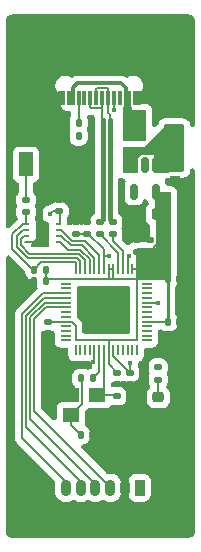
<source format=gbr>
%TF.GenerationSoftware,KiCad,Pcbnew,(6.0.8-1)-1*%
%TF.CreationDate,2022-11-12T20:26:07+08:00*%
%TF.ProjectId,RP-Link,52502d4c-696e-46b2-9e6b-696361645f70,rev?*%
%TF.SameCoordinates,Original*%
%TF.FileFunction,Copper,L1,Top*%
%TF.FilePolarity,Positive*%
%FSLAX46Y46*%
G04 Gerber Fmt 4.6, Leading zero omitted, Abs format (unit mm)*
G04 Created by KiCad (PCBNEW (6.0.8-1)-1) date 2022-11-12 20:26:07*
%MOMM*%
%LPD*%
G01*
G04 APERTURE LIST*
G04 Aperture macros list*
%AMRoundRect*
0 Rectangle with rounded corners*
0 $1 Rounding radius*
0 $2 $3 $4 $5 $6 $7 $8 $9 X,Y pos of 4 corners*
0 Add a 4 corners polygon primitive as box body*
4,1,4,$2,$3,$4,$5,$6,$7,$8,$9,$2,$3,0*
0 Add four circle primitives for the rounded corners*
1,1,$1+$1,$2,$3*
1,1,$1+$1,$4,$5*
1,1,$1+$1,$6,$7*
1,1,$1+$1,$8,$9*
0 Add four rect primitives between the rounded corners*
20,1,$1+$1,$2,$3,$4,$5,0*
20,1,$1+$1,$4,$5,$6,$7,0*
20,1,$1+$1,$6,$7,$8,$9,0*
20,1,$1+$1,$8,$9,$2,$3,0*%
%AMOutline5P*
0 Free polygon, 5 corners , with rotation*
0 The origin of the aperture is its center*
0 number of corners: always 5*
0 $1 to $10 corner X, Y*
0 $11 Rotation angle, in degrees counterclockwise*
0 create outline with 5 corners*
4,1,5,$1,$2,$3,$4,$5,$6,$7,$8,$9,$10,$1,$2,$11*%
%AMOutline6P*
0 Free polygon, 6 corners , with rotation*
0 The origin of the aperture is its center*
0 number of corners: always 6*
0 $1 to $12 corner X, Y*
0 $13 Rotation angle, in degrees counterclockwise*
0 create outline with 6 corners*
4,1,6,$1,$2,$3,$4,$5,$6,$7,$8,$9,$10,$11,$12,$1,$2,$13*%
%AMOutline7P*
0 Free polygon, 7 corners , with rotation*
0 The origin of the aperture is its center*
0 number of corners: always 7*
0 $1 to $14 corner X, Y*
0 $15 Rotation angle, in degrees counterclockwise*
0 create outline with 7 corners*
4,1,7,$1,$2,$3,$4,$5,$6,$7,$8,$9,$10,$11,$12,$13,$14,$1,$2,$15*%
%AMOutline8P*
0 Free polygon, 8 corners , with rotation*
0 The origin of the aperture is its center*
0 number of corners: always 8*
0 $1 to $16 corner X, Y*
0 $17 Rotation angle, in degrees counterclockwise*
0 create outline with 8 corners*
4,1,8,$1,$2,$3,$4,$5,$6,$7,$8,$9,$10,$11,$12,$13,$14,$15,$16,$1,$2,$17*%
G04 Aperture macros list end*
%TA.AperFunction,SMDPad,CuDef*%
%ADD10RoundRect,0.135000X0.135000X0.185000X-0.135000X0.185000X-0.135000X-0.185000X0.135000X-0.185000X0*%
%TD*%
%TA.AperFunction,SMDPad,CuDef*%
%ADD11RoundRect,0.135000X-0.135000X-0.185000X0.135000X-0.185000X0.135000X0.185000X-0.135000X0.185000X0*%
%TD*%
%TA.AperFunction,SMDPad,CuDef*%
%ADD12R,1.400000X1.200000*%
%TD*%
%TA.AperFunction,SMDPad,CuDef*%
%ADD13R,0.450000X0.250000*%
%TD*%
%TA.AperFunction,SMDPad,CuDef*%
%ADD14Outline5P,-0.100000X0.700000X0.000000X0.800000X0.100000X0.800000X0.100000X-0.800000X-0.100000X-0.800000X0.000000*%
%TD*%
%TA.AperFunction,SMDPad,CuDef*%
%ADD15RoundRect,0.140000X-0.170000X0.140000X-0.170000X-0.140000X0.170000X-0.140000X0.170000X0.140000X0*%
%TD*%
%TA.AperFunction,SMDPad,CuDef*%
%ADD16RoundRect,0.225000X0.225000X0.250000X-0.225000X0.250000X-0.225000X-0.250000X0.225000X-0.250000X0*%
%TD*%
%TA.AperFunction,SMDPad,CuDef*%
%ADD17RoundRect,0.150000X-0.150000X0.512500X-0.150000X-0.512500X0.150000X-0.512500X0.150000X0.512500X0*%
%TD*%
%TA.AperFunction,SMDPad,CuDef*%
%ADD18RoundRect,0.135000X-0.185000X0.135000X-0.185000X-0.135000X0.185000X-0.135000X0.185000X0.135000X0*%
%TD*%
%TA.AperFunction,SMDPad,CuDef*%
%ADD19RoundRect,0.140000X0.140000X0.170000X-0.140000X0.170000X-0.140000X-0.170000X0.140000X-0.170000X0*%
%TD*%
%TA.AperFunction,SMDPad,CuDef*%
%ADD20RoundRect,0.140000X-0.140000X-0.170000X0.140000X-0.170000X0.140000X0.170000X-0.140000X0.170000X0*%
%TD*%
%TA.AperFunction,SMDPad,CuDef*%
%ADD21RoundRect,0.140000X0.170000X-0.140000X0.170000X0.140000X-0.170000X0.140000X-0.170000X-0.140000X0*%
%TD*%
%TA.AperFunction,ComponentPad*%
%ADD22RoundRect,0.225000X0.225000X0.475000X-0.225000X0.475000X-0.225000X-0.475000X0.225000X-0.475000X0*%
%TD*%
%TA.AperFunction,ComponentPad*%
%ADD23O,0.900000X1.400000*%
%TD*%
%TA.AperFunction,SMDPad,CuDef*%
%ADD24R,1.200000X2.000000*%
%TD*%
%TA.AperFunction,SMDPad,CuDef*%
%ADD25RoundRect,0.225000X-0.250000X0.225000X-0.250000X-0.225000X0.250000X-0.225000X0.250000X0.225000X0*%
%TD*%
%TA.AperFunction,SMDPad,CuDef*%
%ADD26RoundRect,0.218750X0.256250X-0.218750X0.256250X0.218750X-0.256250X0.218750X-0.256250X-0.218750X0*%
%TD*%
%TA.AperFunction,SMDPad,CuDef*%
%ADD27RoundRect,0.050000X-0.387500X-0.050000X0.387500X-0.050000X0.387500X0.050000X-0.387500X0.050000X0*%
%TD*%
%TA.AperFunction,SMDPad,CuDef*%
%ADD28RoundRect,0.050000X-0.050000X-0.387500X0.050000X-0.387500X0.050000X0.387500X-0.050000X0.387500X0*%
%TD*%
%TA.AperFunction,SMDPad,CuDef*%
%ADD29R,3.200000X3.200000*%
%TD*%
%TA.AperFunction,SMDPad,CuDef*%
%ADD30R,0.300000X1.150000*%
%TD*%
%TA.AperFunction,ComponentPad*%
%ADD31O,1.000000X2.100000*%
%TD*%
%TA.AperFunction,ComponentPad*%
%ADD32O,1.000000X1.600000*%
%TD*%
%TA.AperFunction,SMDPad,CuDef*%
%ADD33R,1.100000X1.100000*%
%TD*%
%TA.AperFunction,ViaPad*%
%ADD34C,0.400000*%
%TD*%
%TA.AperFunction,Conductor*%
%ADD35C,0.150000*%
%TD*%
%TA.AperFunction,Conductor*%
%ADD36C,0.200000*%
%TD*%
%TA.AperFunction,Conductor*%
%ADD37C,0.250000*%
%TD*%
%TA.AperFunction,Conductor*%
%ADD38C,0.300000*%
%TD*%
%TA.AperFunction,Conductor*%
%ADD39C,0.400000*%
%TD*%
G04 APERTURE END LIST*
D10*
%TO.P,R2,1*%
%TO.N,Net-(J1-PadA5)*%
X122860000Y-75100000D03*
%TO.P,R2,2*%
%TO.N,GND*%
X121840000Y-75100000D03*
%TD*%
D11*
%TO.P,R5,1*%
%TO.N,Net-(C2-Pad2)*%
X123090000Y-95600000D03*
%TO.P,R5,2*%
%TO.N,/XIN*%
X124110000Y-95600000D03*
%TD*%
D12*
%TO.P,Y1,1,1*%
%TO.N,Net-(C2-Pad2)*%
X122200000Y-98750000D03*
%TO.P,Y1,2,2*%
%TO.N,GND*%
X124400000Y-98750000D03*
%TO.P,Y1,3,3*%
%TO.N,/XOUT*%
X124400000Y-97050000D03*
%TO.P,Y1,4,4*%
%TO.N,GND*%
X122200000Y-97050000D03*
%TD*%
D13*
%TO.P,U1,1,~{CS}*%
%TO.N,/QSPI_SS*%
X118525000Y-82550000D03*
%TO.P,U1,2,DO(IO1)*%
%TO.N,/QSPI_SD1*%
X118525000Y-83050000D03*
%TO.P,U1,3,IO2*%
%TO.N,/QSPI_SD2*%
X118525000Y-83550000D03*
%TO.P,U1,4,GND*%
%TO.N,GND*%
X118525000Y-84050000D03*
%TO.P,U1,5,DI(IO0)*%
%TO.N,/QSPI_SD0*%
X121075000Y-84050000D03*
%TO.P,U1,6,CLK*%
%TO.N,/QSPI_SCLK*%
X121075000Y-83550000D03*
%TO.P,U1,7,IO3*%
%TO.N,/QSPI_SD3*%
X121075000Y-83050000D03*
%TO.P,U1,8,VCC*%
%TO.N,+3.3V*%
X121075000Y-82550000D03*
D14*
%TO.P,U1,9,EXP*%
%TO.N,GND*%
X119800000Y-83300000D03*
%TD*%
D15*
%TO.P,C12,1*%
%TO.N,+3.3V*%
X120300000Y-90820000D03*
%TO.P,C12,2*%
%TO.N,GND*%
X120300000Y-91780000D03*
%TD*%
D16*
%TO.P,C4,1*%
%TO.N,+3.3V*%
X129475000Y-81700000D03*
%TO.P,C4,2*%
%TO.N,GND*%
X127925000Y-81700000D03*
%TD*%
D10*
%TO.P,R3,1*%
%TO.N,Net-(J1-PadB5)*%
X122860000Y-74000000D03*
%TO.P,R3,2*%
%TO.N,GND*%
X121840000Y-74000000D03*
%TD*%
D17*
%TO.P,U2,1,VIN*%
%TO.N,VCC*%
X129450000Y-77532500D03*
%TO.P,U2,2,GND*%
%TO.N,GND*%
X128500000Y-77532500D03*
%TO.P,U2,3,EN*%
%TO.N,VCC*%
X127550000Y-77532500D03*
%TO.P,U2,4,NC*%
%TO.N,unconnected-(U2-Pad4)*%
X127550000Y-79807500D03*
%TO.P,U2,5,VOUT*%
%TO.N,+3.3V*%
X129450000Y-79807500D03*
%TD*%
D18*
%TO.P,R1,1*%
%TO.N,Net-(R1-Pad1)*%
X118400000Y-80500000D03*
%TO.P,R1,2*%
%TO.N,/QSPI_SS*%
X118400000Y-81520000D03*
%TD*%
D15*
%TO.P,C9,1*%
%TO.N,+3.3V*%
X126100000Y-95120000D03*
%TO.P,C9,2*%
%TO.N,GND*%
X126100000Y-96080000D03*
%TD*%
D19*
%TO.P,C2,1*%
%TO.N,GND*%
X123980000Y-100400000D03*
%TO.P,C2,2*%
%TO.N,Net-(C2-Pad2)*%
X123020000Y-100400000D03*
%TD*%
D20*
%TO.P,C10,1*%
%TO.N,+3.3V*%
X130420000Y-87200000D03*
%TO.P,C10,2*%
%TO.N,GND*%
X131380000Y-87200000D03*
%TD*%
D21*
%TO.P,C14,1*%
%TO.N,+3.3V*%
X127800000Y-84880000D03*
%TO.P,C14,2*%
%TO.N,GND*%
X127800000Y-83920000D03*
%TD*%
%TO.P,C1,1*%
%TO.N,GND*%
X126100000Y-98080000D03*
%TO.P,C1,2*%
%TO.N,/XOUT*%
X126100000Y-97120000D03*
%TD*%
D19*
%TO.P,C13,1*%
%TO.N,+3.3V*%
X120080000Y-87400000D03*
%TO.P,C13,2*%
%TO.N,GND*%
X119120000Y-87400000D03*
%TD*%
D22*
%TO.P,J2,1,Pin_1*%
%TO.N,VCC*%
X128025000Y-104867500D03*
D23*
%TO.P,J2,2,Pin_2*%
%TO.N,GND*%
X126775000Y-104867500D03*
%TO.P,J2,3,Pin_3*%
%TO.N,/GPIO5*%
X125525000Y-104867500D03*
%TO.P,J2,4,Pin_4*%
%TO.N,/GPIO4*%
X124275000Y-104867500D03*
%TO.P,J2,5,Pin_5*%
%TO.N,/GPIO3*%
X123025000Y-104867500D03*
%TO.P,J2,6,Pin_6*%
%TO.N,/GPIO2*%
X121775000Y-104867500D03*
%TD*%
D21*
%TO.P,C7,1*%
%TO.N,+1V1*%
X123600000Y-83350000D03*
%TO.P,C7,2*%
%TO.N,GND*%
X123600000Y-82390000D03*
%TD*%
%TO.P,C15,1*%
%TO.N,+3.3V*%
X128900000Y-84880000D03*
%TO.P,C15,2*%
%TO.N,GND*%
X128900000Y-83920000D03*
%TD*%
D15*
%TO.P,C6,1*%
%TO.N,+1V1*%
X127200000Y-95120000D03*
%TO.P,C6,2*%
%TO.N,GND*%
X127200000Y-96080000D03*
%TD*%
D24*
%TO.P,SW1,1,1*%
%TO.N,GND*%
X122800000Y-77500000D03*
%TO.P,SW1,2,2*%
%TO.N,Net-(R1-Pad1)*%
X118400000Y-77500000D03*
%TD*%
D20*
%TO.P,C11,1*%
%TO.N,+3.3V*%
X130420000Y-90800000D03*
%TO.P,C11,2*%
%TO.N,GND*%
X131380000Y-90800000D03*
%TD*%
D18*
%TO.P,R7,1*%
%TO.N,/USB_D-*%
X125750000Y-82390000D03*
%TO.P,R7,2*%
%TO.N,Net-(R7-Pad2)*%
X125750000Y-83410000D03*
%TD*%
D25*
%TO.P,C3,1*%
%TO.N,VCC*%
X131000000Y-77325000D03*
%TO.P,C3,2*%
%TO.N,GND*%
X131000000Y-78875000D03*
%TD*%
D26*
%TO.P,D1,1,K*%
%TO.N,GND*%
X129600000Y-98787500D03*
%TO.P,D1,2,A*%
%TO.N,Net-(D1-Pad2)*%
X129600000Y-97212500D03*
%TD*%
D18*
%TO.P,R8,1*%
%TO.N,/GPIO25*%
X129600000Y-94690000D03*
%TO.P,R8,2*%
%TO.N,Net-(D1-Pad2)*%
X129600000Y-95710000D03*
%TD*%
D27*
%TO.P,U3,1,IOVDD*%
%TO.N,+3.3V*%
X121762500Y-87200000D03*
%TO.P,U3,2,GPIO0*%
%TO.N,unconnected-(U3-Pad2)*%
X121762500Y-87600000D03*
%TO.P,U3,3,GPIO1*%
%TO.N,unconnected-(U3-Pad3)*%
X121762500Y-88000000D03*
%TO.P,U3,4,GPIO2*%
%TO.N,/GPIO2*%
X121762500Y-88400000D03*
%TO.P,U3,5,GPIO3*%
%TO.N,/GPIO3*%
X121762500Y-88800000D03*
%TO.P,U3,6,GPIO4*%
%TO.N,/GPIO4*%
X121762500Y-89200000D03*
%TO.P,U3,7,GPIO5*%
%TO.N,/GPIO5*%
X121762500Y-89600000D03*
%TO.P,U3,8,GPIO6*%
%TO.N,unconnected-(U3-Pad8)*%
X121762500Y-90000000D03*
%TO.P,U3,9,GPIO7*%
%TO.N,unconnected-(U3-Pad9)*%
X121762500Y-90400000D03*
%TO.P,U3,10,IOVDD*%
%TO.N,+3.3V*%
X121762500Y-90800000D03*
%TO.P,U3,11,GPIO8*%
%TO.N,unconnected-(U3-Pad11)*%
X121762500Y-91200000D03*
%TO.P,U3,12,GPIO9*%
%TO.N,unconnected-(U3-Pad12)*%
X121762500Y-91600000D03*
%TO.P,U3,13,GPIO10*%
%TO.N,unconnected-(U3-Pad13)*%
X121762500Y-92000000D03*
%TO.P,U3,14,GPIO11*%
%TO.N,unconnected-(U3-Pad14)*%
X121762500Y-92400000D03*
D28*
%TO.P,U3,15,GPIO12*%
%TO.N,unconnected-(U3-Pad15)*%
X122600000Y-93237500D03*
%TO.P,U3,16,GPIO13*%
%TO.N,unconnected-(U3-Pad16)*%
X123000000Y-93237500D03*
%TO.P,U3,17,GPIO14*%
%TO.N,unconnected-(U3-Pad17)*%
X123400000Y-93237500D03*
%TO.P,U3,18,GPIO15*%
%TO.N,unconnected-(U3-Pad18)*%
X123800000Y-93237500D03*
%TO.P,U3,19,TESTEN*%
%TO.N,GND*%
X124200000Y-93237500D03*
%TO.P,U3,20,XIN*%
%TO.N,/XIN*%
X124600000Y-93237500D03*
%TO.P,U3,21,XOUT*%
%TO.N,/XOUT*%
X125000000Y-93237500D03*
%TO.P,U3,22,IOVDD*%
%TO.N,+3.3V*%
X125400000Y-93237500D03*
%TO.P,U3,23,DVDD*%
%TO.N,+1V1*%
X125800000Y-93237500D03*
%TO.P,U3,24,SWCLK*%
%TO.N,unconnected-(U3-Pad24)*%
X126200000Y-93237500D03*
%TO.P,U3,25,SWD*%
%TO.N,unconnected-(U3-Pad25)*%
X126600000Y-93237500D03*
%TO.P,U3,26,RUN*%
%TO.N,unconnected-(U3-Pad26)*%
X127000000Y-93237500D03*
%TO.P,U3,27,GPIO16*%
%TO.N,unconnected-(U3-Pad27)*%
X127400000Y-93237500D03*
%TO.P,U3,28,GPIO17*%
%TO.N,unconnected-(U3-Pad28)*%
X127800000Y-93237500D03*
D27*
%TO.P,U3,29,GPIO18*%
%TO.N,unconnected-(U3-Pad29)*%
X128637500Y-92400000D03*
%TO.P,U3,30,GPIO19*%
%TO.N,unconnected-(U3-Pad30)*%
X128637500Y-92000000D03*
%TO.P,U3,31,GPIO20*%
%TO.N,unconnected-(U3-Pad31)*%
X128637500Y-91600000D03*
%TO.P,U3,32,GPIO21*%
%TO.N,unconnected-(U3-Pad32)*%
X128637500Y-91200000D03*
%TO.P,U3,33,IOVDD*%
%TO.N,+3.3V*%
X128637500Y-90800000D03*
%TO.P,U3,34,GPIO22*%
%TO.N,unconnected-(U3-Pad34)*%
X128637500Y-90400000D03*
%TO.P,U3,35,GPIO23*%
%TO.N,unconnected-(U3-Pad35)*%
X128637500Y-90000000D03*
%TO.P,U3,36,GPIO24*%
%TO.N,unconnected-(U3-Pad36)*%
X128637500Y-89600000D03*
%TO.P,U3,37,GPIO25*%
%TO.N,/GPIO25*%
X128637500Y-89200000D03*
%TO.P,U3,38,GPIO26_ADC0*%
%TO.N,unconnected-(U3-Pad38)*%
X128637500Y-88800000D03*
%TO.P,U3,39,GPIO27_ADC1*%
%TO.N,unconnected-(U3-Pad39)*%
X128637500Y-88400000D03*
%TO.P,U3,40,GPIO28_ADC2*%
%TO.N,unconnected-(U3-Pad40)*%
X128637500Y-88000000D03*
%TO.P,U3,41,GPIO29_ADC3*%
%TO.N,unconnected-(U3-Pad41)*%
X128637500Y-87600000D03*
%TO.P,U3,42,IOVDD*%
%TO.N,+3.3V*%
X128637500Y-87200000D03*
D28*
%TO.P,U3,43,ADC_AVDD*%
X127800000Y-86362500D03*
%TO.P,U3,44,VREG_IN*%
X127400000Y-86362500D03*
%TO.P,U3,45,VREG_VOUT*%
%TO.N,+1V1*%
X127000000Y-86362500D03*
%TO.P,U3,46,USB_DM*%
%TO.N,Net-(R7-Pad2)*%
X126600000Y-86362500D03*
%TO.P,U3,47,USB_DP*%
%TO.N,Net-(R6-Pad2)*%
X126200000Y-86362500D03*
%TO.P,U3,48,USB_VDD*%
%TO.N,+3.3V*%
X125800000Y-86362500D03*
%TO.P,U3,49,IOVDD*%
X125400000Y-86362500D03*
%TO.P,U3,50,DVDD*%
%TO.N,+1V1*%
X125000000Y-86362500D03*
%TO.P,U3,51,QSPI_SD3*%
%TO.N,/QSPI_SD3*%
X124600000Y-86362500D03*
%TO.P,U3,52,QSPI_SCLK*%
%TO.N,/QSPI_SCLK*%
X124200000Y-86362500D03*
%TO.P,U3,53,QSPI_SD0*%
%TO.N,/QSPI_SD0*%
X123800000Y-86362500D03*
%TO.P,U3,54,QSPI_SD2*%
%TO.N,/QSPI_SD2*%
X123400000Y-86362500D03*
%TO.P,U3,55,QSPI_SD1*%
%TO.N,/QSPI_SD1*%
X123000000Y-86362500D03*
%TO.P,U3,56,QSPI_SS*%
%TO.N,/QSPI_SS*%
X122600000Y-86362500D03*
D29*
%TO.P,U3,57,GND*%
%TO.N,GND*%
X125200000Y-89800000D03*
%TD*%
D18*
%TO.P,R6,1*%
%TO.N,/USB_D+*%
X124650000Y-82390000D03*
%TO.P,R6,2*%
%TO.N,Net-(R6-Pad2)*%
X124650000Y-83410000D03*
%TD*%
D21*
%TO.P,C8,1*%
%TO.N,+1V1*%
X122600000Y-83350000D03*
%TO.P,C8,2*%
%TO.N,GND*%
X122600000Y-82390000D03*
%TD*%
D30*
%TO.P,J1,A1,GND*%
%TO.N,GND*%
X127950000Y-71870000D03*
%TO.P,J1,A4,VBUS*%
%TO.N,VBUS*%
X127150000Y-71870000D03*
%TO.P,J1,A5,CC1*%
%TO.N,Net-(J1-PadA5)*%
X125850000Y-71870000D03*
%TO.P,J1,A6,D+*%
%TO.N,/USB_D+*%
X124850000Y-71870000D03*
%TO.P,J1,A7,D-*%
%TO.N,/USB_D-*%
X124350000Y-71870000D03*
%TO.P,J1,A8,SBU1*%
%TO.N,unconnected-(J1-PadA8)*%
X123350000Y-71870000D03*
%TO.P,J1,A9,VBUS*%
%TO.N,VBUS*%
X122050000Y-71870000D03*
%TO.P,J1,A12,GND*%
%TO.N,GND*%
X121250000Y-71870000D03*
%TO.P,J1,B1,GND*%
X121550000Y-71870000D03*
%TO.P,J1,B4,VBUS*%
%TO.N,VBUS*%
X122350000Y-71870000D03*
%TO.P,J1,B5,CC2*%
%TO.N,Net-(J1-PadB5)*%
X122850000Y-71870000D03*
%TO.P,J1,B6,D+*%
%TO.N,/USB_D+*%
X123850000Y-71870000D03*
%TO.P,J1,B7,D-*%
%TO.N,/USB_D-*%
X125350000Y-71870000D03*
%TO.P,J1,B8,SBU2*%
%TO.N,unconnected-(J1-PadB8)*%
X126350000Y-71870000D03*
%TO.P,J1,B9,VBUS*%
%TO.N,VBUS*%
X126850000Y-71870000D03*
%TO.P,J1,B12,GND*%
%TO.N,GND*%
X127650000Y-71870000D03*
D31*
%TO.P,J1,S1,SHIELD*%
X120280000Y-71305000D03*
D32*
X120280000Y-67125000D03*
D31*
X128920000Y-71305000D03*
D32*
X128920000Y-67125000D03*
%TD*%
D33*
%TO.P,D2,1,K*%
%TO.N,VCC*%
X130700000Y-74800000D03*
%TO.P,D2,2,A*%
%TO.N,VBUS*%
X127900000Y-74800000D03*
%TD*%
D21*
%TO.P,C5,1*%
%TO.N,+3.3V*%
X121200000Y-81470000D03*
%TO.P,C5,2*%
%TO.N,GND*%
X121200000Y-80510000D03*
%TD*%
D11*
%TO.P,R4,1*%
%TO.N,/QSPI_SS*%
X119090000Y-86400000D03*
%TO.P,R4,2*%
%TO.N,+3.3V*%
X120110000Y-86400000D03*
%TD*%
D34*
%TO.N,GND*%
X131800000Y-95800000D03*
X122200000Y-97000000D03*
X125100000Y-89600000D03*
X128500000Y-77500000D03*
X128900000Y-83900000D03*
X126100000Y-98100000D03*
X131400000Y-71400000D03*
X127800000Y-97300000D03*
X122900000Y-80000000D03*
X124100000Y-94200000D03*
X125100000Y-90700000D03*
X126100000Y-96100000D03*
X125900000Y-68700000D03*
X120700000Y-77600000D03*
X117600000Y-105400000D03*
X131800000Y-108000000D03*
X120300000Y-91800000D03*
X117500000Y-87400000D03*
X123100000Y-68700000D03*
X131800000Y-89300000D03*
X126100000Y-90700000D03*
X120400000Y-97000000D03*
X125100000Y-88600000D03*
X124100000Y-88600000D03*
X126100000Y-89600000D03*
X117700000Y-68700000D03*
X131400000Y-90800000D03*
X131400000Y-68700000D03*
X127500000Y-99800000D03*
X122800000Y-77500000D03*
X124100000Y-89600000D03*
X126300000Y-101800000D03*
X126100000Y-88600000D03*
X127200000Y-96100000D03*
X125900000Y-66300000D03*
X117700000Y-66300000D03*
X121500000Y-94600000D03*
X122600000Y-82390000D03*
X117700000Y-71400000D03*
X121200000Y-80500000D03*
X124000000Y-100400000D03*
X131000000Y-78900000D03*
X131400000Y-66300000D03*
X117600000Y-107800000D03*
X119100000Y-87400000D03*
X131800000Y-80300000D03*
X131400000Y-87200000D03*
X124400000Y-98850000D03*
X123100000Y-66300000D03*
X131800000Y-103600000D03*
X124100000Y-90700000D03*
X127900000Y-81700000D03*
X131800000Y-84300000D03*
X127800000Y-83900000D03*
X131800000Y-105800000D03*
X117600000Y-103000000D03*
%TO.N,+3.3V*%
X120110000Y-86400000D03*
X120427385Y-81700000D03*
%TO.N,+1V1*%
X125400000Y-85250000D03*
X127200000Y-94300000D03*
X127100000Y-85250000D03*
%TO.N,/GPIO25*%
X129600000Y-89222649D03*
X129600000Y-94700000D03*
%TO.N,Net-(J1-PadA5)*%
X125850000Y-72850000D03*
X122860000Y-75100000D03*
%TO.N,VCC*%
X130300000Y-76400000D03*
%TD*%
D35*
%TO.N,GND*%
X126807500Y-98787500D02*
X126100000Y-98080000D01*
X124200000Y-94100000D02*
X124100000Y-94200000D01*
X119800000Y-83300000D02*
X119050000Y-84050000D01*
X119800000Y-83300000D02*
X119800000Y-81300000D01*
X129600000Y-98787500D02*
X126807500Y-98787500D01*
D36*
X128355000Y-71870000D02*
X128920000Y-71305000D01*
X121250000Y-73410000D02*
X121840000Y-74000000D01*
D35*
X124350000Y-98850000D02*
X124400000Y-98850000D01*
X124200000Y-93237500D02*
X124200000Y-94100000D01*
D36*
X121250000Y-71870000D02*
X120845000Y-71870000D01*
X127950000Y-71870000D02*
X128355000Y-71870000D01*
D35*
X120590000Y-80510000D02*
X121200000Y-80510000D01*
X119050000Y-84050000D02*
X118300000Y-84050000D01*
D36*
X121250000Y-71870000D02*
X121250000Y-73410000D01*
X121840000Y-75100000D02*
X121840000Y-74000000D01*
X120845000Y-71870000D02*
X120280000Y-71305000D01*
D35*
X119800000Y-81300000D02*
X120590000Y-80510000D01*
D37*
X123600000Y-82390000D02*
X122600000Y-82390000D01*
D35*
%TO.N,/XOUT*%
X125000000Y-96450000D02*
X124400000Y-97050000D01*
X125000000Y-93237500D02*
X125000000Y-96450000D01*
X126030000Y-97050000D02*
X124400000Y-97050000D01*
X126100000Y-97120000D02*
X126030000Y-97050000D01*
%TO.N,Net-(C2-Pad2)*%
X122200000Y-98750000D02*
X122200000Y-99580000D01*
X123175000Y-95685000D02*
X123175000Y-97775000D01*
X123175000Y-97775000D02*
X122200000Y-98750000D01*
X123090000Y-95600000D02*
X123175000Y-95685000D01*
X122200000Y-99580000D02*
X123020000Y-100400000D01*
D38*
%TO.N,VBUS*%
X122350000Y-71870000D02*
X122350000Y-71045000D01*
D36*
X126850000Y-73750000D02*
X127900000Y-74800000D01*
X122050000Y-71870000D02*
X122350000Y-71870000D01*
D38*
X126450499Y-70645499D02*
X126850000Y-71045000D01*
D36*
X126850000Y-71870000D02*
X126850000Y-73750000D01*
X127150000Y-71870000D02*
X126850000Y-71870000D01*
D38*
X122749501Y-70645499D02*
X126450499Y-70645499D01*
X126850000Y-71045000D02*
X126850000Y-71870000D01*
X122350000Y-71045000D02*
X122749501Y-70645499D01*
D35*
%TO.N,+3.3V*%
X120080000Y-87400000D02*
X120280000Y-87200000D01*
X122259619Y-90800000D02*
X121762500Y-90800000D01*
D36*
X121200000Y-81470000D02*
X120657385Y-81470000D01*
X127800000Y-84880000D02*
X128900000Y-84880000D01*
D35*
X122600000Y-92400000D02*
X122600000Y-91140381D01*
X121300000Y-81570000D02*
X121200000Y-81470000D01*
D36*
X129510000Y-84270000D02*
X129510000Y-81735000D01*
D35*
X120110000Y-87370000D02*
X120080000Y-87400000D01*
D36*
X129450000Y-81675000D02*
X129475000Y-81700000D01*
D35*
X125800000Y-86362500D02*
X125800000Y-87200000D01*
X120280000Y-87200000D02*
X121762500Y-87200000D01*
X125400000Y-93237500D02*
X125400000Y-92400000D01*
X125400000Y-94420000D02*
X126100000Y-95120000D01*
X127800000Y-86362500D02*
X127800000Y-92400000D01*
D36*
X120657385Y-81470000D02*
X120427385Y-81700000D01*
D35*
X125400000Y-93237500D02*
X125400000Y-94420000D01*
X125400000Y-87200000D02*
X125800000Y-87200000D01*
D36*
X128900000Y-84880000D02*
X128900000Y-86937500D01*
X129510000Y-81735000D02*
X129475000Y-81700000D01*
D35*
X125400000Y-92400000D02*
X122600000Y-92400000D01*
X125400000Y-86362500D02*
X125400000Y-87200000D01*
X121762500Y-90800000D02*
X120320000Y-90800000D01*
X127800000Y-85962500D02*
X127800000Y-84880000D01*
X121300000Y-82550000D02*
X121300000Y-81570000D01*
X127800000Y-92400000D02*
X125400000Y-92400000D01*
X120320000Y-90800000D02*
X120300000Y-90820000D01*
X125800000Y-87200000D02*
X128637500Y-87200000D01*
D36*
X129450000Y-79807500D02*
X129450000Y-81675000D01*
D35*
X127400000Y-86362500D02*
X127800000Y-86362500D01*
D36*
X128900000Y-86937500D02*
X128637500Y-87200000D01*
D35*
X128637500Y-90800000D02*
X130420000Y-90800000D01*
D36*
X120110000Y-86400000D02*
X120110000Y-87370000D01*
D35*
X122600000Y-91140381D02*
X122259619Y-90800000D01*
X121762500Y-87200000D02*
X125400000Y-87200000D01*
D36*
X128900000Y-84880000D02*
X129510000Y-84270000D01*
D35*
X128637500Y-87200000D02*
X130420000Y-87200000D01*
D37*
X130420000Y-87200000D02*
X130420000Y-90800000D01*
D35*
X125400000Y-86362500D02*
X125800000Y-86362500D01*
X127800000Y-86362500D02*
X127800000Y-84880000D01*
%TO.N,+1V1*%
X125000000Y-85250000D02*
X125000000Y-84659828D01*
X123600000Y-83350000D02*
X122600000Y-83350000D01*
X125800000Y-93734619D02*
X127185381Y-95120000D01*
X125000000Y-86362500D02*
X125000000Y-85250000D01*
X127000000Y-85350000D02*
X127100000Y-85250000D01*
X125000000Y-84659828D02*
X123690172Y-83350000D01*
X127000000Y-86362500D02*
X127000000Y-85350000D01*
X123600000Y-83429828D02*
X123600000Y-83350000D01*
X125800000Y-93237500D02*
X125800000Y-93734619D01*
D36*
X127200000Y-95120000D02*
X127200000Y-94300000D01*
D35*
X127185381Y-95120000D02*
X127200000Y-95120000D01*
X125400000Y-85250000D02*
X125000000Y-85250000D01*
X123690172Y-83350000D02*
X123600000Y-83350000D01*
%TO.N,/GPIO25*%
X129577351Y-89200000D02*
X129600000Y-89222649D01*
X128637500Y-89200000D02*
X129577351Y-89200000D01*
D36*
%TO.N,Net-(J1-PadA5)*%
X125850000Y-71870000D02*
X125850000Y-72850000D01*
%TO.N,/USB_D+*%
X124850000Y-72645000D02*
X124850000Y-71870000D01*
X124850000Y-73900000D02*
X124925000Y-73975000D01*
D39*
X124650000Y-82390000D02*
X124925000Y-82115000D01*
X124925000Y-73975000D02*
X124925000Y-73700000D01*
D36*
X123850000Y-72645000D02*
X123900000Y-72695000D01*
D39*
X124925000Y-82115000D02*
X124925000Y-73975000D01*
D36*
X124800000Y-72695000D02*
X124850000Y-72645000D01*
X123900000Y-72695000D02*
X124800000Y-72695000D01*
X123850000Y-71870000D02*
X123850000Y-72645000D01*
X124850000Y-71870000D02*
X124850000Y-73900000D01*
%TO.N,/USB_D-*%
X125250000Y-71045000D02*
X125350000Y-71145000D01*
X125350000Y-71145000D02*
X125350000Y-71870000D01*
X125475000Y-73700000D02*
X125475000Y-73231400D01*
D39*
X125475000Y-82115000D02*
X125475000Y-73700000D01*
D36*
X124350000Y-71870000D02*
X124350000Y-71095000D01*
D39*
X125750000Y-82390000D02*
X125475000Y-82115000D01*
D36*
X125475000Y-73231400D02*
X125350000Y-73106400D01*
X124400000Y-71045000D02*
X125250000Y-71045000D01*
X124350000Y-71095000D02*
X124400000Y-71045000D01*
X125350000Y-73106400D02*
X125350000Y-71870000D01*
%TO.N,Net-(J1-PadB5)*%
X122850000Y-73990000D02*
X122860000Y-74000000D01*
X122850000Y-71870000D02*
X122850000Y-73990000D01*
D35*
%TO.N,/GPIO2*%
X121762500Y-88400000D02*
X119817193Y-88400000D01*
X118051497Y-100651497D02*
X121775000Y-104375000D01*
X119817193Y-88400000D02*
X118051497Y-90165696D01*
X118051497Y-90165696D02*
X118051497Y-100651497D01*
X121775000Y-104375000D02*
X121775000Y-104867500D01*
%TO.N,/GPIO3*%
X119911462Y-88800000D02*
X118400998Y-90310464D01*
X121762500Y-88800000D02*
X119911462Y-88800000D01*
X123025000Y-104375000D02*
X123025000Y-104867500D01*
X118400998Y-90310464D02*
X118400998Y-99750998D01*
X118400998Y-99750998D02*
X123025000Y-104375000D01*
%TO.N,/GPIO4*%
X120005731Y-89200000D02*
X118750499Y-90455232D01*
X118750499Y-99050499D02*
X124275000Y-104575000D01*
X121762500Y-89200000D02*
X120005731Y-89200000D01*
X118750499Y-90455232D02*
X118750499Y-99050499D01*
X124275000Y-104575000D02*
X124275000Y-104867500D01*
%TO.N,/GPIO5*%
X125525000Y-104775000D02*
X125525000Y-104867500D01*
X120100000Y-89600000D02*
X119100000Y-90600000D01*
X119100000Y-98350000D02*
X125525000Y-104775000D01*
X119100000Y-90600000D02*
X119100000Y-98350000D01*
X121762500Y-89600000D02*
X120100000Y-89600000D01*
D36*
%TO.N,Net-(R1-Pad1)*%
X118400000Y-80500000D02*
X118400000Y-77500000D01*
D35*
%TO.N,/QSPI_SS*%
X119690000Y-85800000D02*
X119090000Y-86400000D01*
X117251497Y-84645766D02*
X117251497Y-83428529D01*
X119090000Y-86400000D02*
X119005731Y-86400000D01*
D36*
X118400000Y-81520000D02*
X118400000Y-82450000D01*
D35*
X119005731Y-86400000D02*
X117251497Y-84645766D01*
D36*
X118400000Y-82450000D02*
X118300000Y-82550000D01*
D35*
X122600000Y-86362500D02*
X122600000Y-85800000D01*
X122600000Y-85800000D02*
X119690000Y-85800000D01*
X117251497Y-83428529D02*
X118130026Y-82550000D01*
X118130026Y-82550000D02*
X118300000Y-82550000D01*
%TO.N,/XIN*%
X124600000Y-95110000D02*
X124110000Y-95600000D01*
X124600000Y-93237500D02*
X124600000Y-95110000D01*
%TO.N,Net-(R6-Pad2)*%
X126200000Y-86362500D02*
X126200000Y-84960000D01*
X126200000Y-86362500D02*
X126175999Y-86338499D01*
X126200000Y-84960000D02*
X124650000Y-83410000D01*
%TO.N,Net-(R7-Pad2)*%
X126600000Y-86362500D02*
X126600000Y-84800000D01*
X125750000Y-83950000D02*
X125750000Y-83410000D01*
X126600000Y-84800000D02*
X125750000Y-83950000D01*
%TO.N,/QSPI_SD1*%
X123000000Y-85705731D02*
X123000000Y-86362500D01*
X117600998Y-83579733D02*
X117600998Y-84500998D01*
X122744768Y-85450499D02*
X123000000Y-85705731D01*
X117600998Y-84500998D02*
X118550499Y-85450499D01*
X118130731Y-83050000D02*
X117600998Y-83579733D01*
X118550499Y-85450499D02*
X122744768Y-85450499D01*
X118300000Y-83050000D02*
X118130731Y-83050000D01*
%TO.N,/QSPI_SD2*%
X117950499Y-83798503D02*
X118199002Y-83550000D01*
X123400000Y-85611461D02*
X122888539Y-85100000D01*
X123400000Y-86362500D02*
X123400000Y-85611461D01*
X117950499Y-84356229D02*
X117950499Y-83798503D01*
X122888539Y-85100000D02*
X118694270Y-85100000D01*
X118694270Y-85100000D02*
X117950499Y-84356229D01*
X118199002Y-83550000D02*
X118300000Y-83550000D01*
%TO.N,/QSPI_SD0*%
X121300000Y-84050000D02*
X121950998Y-84700998D01*
X122983806Y-84700998D02*
X123800000Y-85517192D01*
X121950998Y-84700998D02*
X122983806Y-84700998D01*
X123800000Y-85517192D02*
X123800000Y-86362500D01*
%TO.N,/QSPI_SCLK*%
X121379537Y-83550000D02*
X122181034Y-84351497D01*
X121300000Y-83550000D02*
X121379537Y-83550000D01*
X122181034Y-84351497D02*
X123128574Y-84351497D01*
X124200000Y-85422923D02*
X124200000Y-86362500D01*
X123128574Y-84351497D02*
X124200000Y-85422923D01*
%TO.N,/QSPI_SD3*%
X121300000Y-83050000D02*
X121373807Y-83050000D01*
X122325803Y-84001996D02*
X123396265Y-84001996D01*
X121373807Y-83050000D02*
X122325803Y-84001996D01*
X123396265Y-84001996D02*
X124600000Y-85205731D01*
X124600000Y-85205731D02*
X124600000Y-86362500D01*
%TO.N,Net-(D1-Pad2)*%
X129600000Y-95710000D02*
X129600000Y-97212500D01*
D36*
%TO.N,VCC*%
X127550000Y-77532500D02*
X127550000Y-77183604D01*
X129450000Y-77532500D02*
X130792500Y-77532500D01*
X130792500Y-77532500D02*
X131000000Y-77325000D01*
D39*
X130700000Y-76000000D02*
X130300000Y-76400000D01*
D36*
X127550000Y-77183604D02*
X129933604Y-74800000D01*
X129933604Y-74800000D02*
X130700000Y-74800000D01*
D39*
X130700000Y-74800000D02*
X130700000Y-76000000D01*
D36*
X131000000Y-77325000D02*
X130700000Y-77025000D01*
X130700000Y-77025000D02*
X130700000Y-74800000D01*
%TD*%
%TA.AperFunction,Conductor*%
%TO.N,VBUS*%
G36*
X127258691Y-71968907D02*
G01*
X127294655Y-72018407D01*
X127299500Y-72049000D01*
X127299500Y-72464748D01*
X127311133Y-72523231D01*
X127332415Y-72555081D01*
X127333315Y-72556428D01*
X127350000Y-72611430D01*
X127350000Y-72850000D01*
X128501000Y-72850000D01*
X128559191Y-72868907D01*
X128595155Y-72918407D01*
X128600000Y-72949000D01*
X128600000Y-75451000D01*
X128581093Y-75509191D01*
X128531593Y-75545155D01*
X128501000Y-75550000D01*
X126749000Y-75550000D01*
X126690809Y-75531093D01*
X126654845Y-75481593D01*
X126650000Y-75451000D01*
X126650000Y-72611430D01*
X126666685Y-72556428D01*
X126667585Y-72555081D01*
X126688867Y-72523231D01*
X126700500Y-72464748D01*
X126700500Y-72049000D01*
X126719407Y-71990809D01*
X126768907Y-71954845D01*
X126799500Y-71950000D01*
X127200500Y-71950000D01*
X127258691Y-71968907D01*
G37*
%TD.AperFunction*%
%TD*%
%TA.AperFunction,Conductor*%
%TO.N,+3.3V*%
G36*
X130642121Y-79820002D02*
G01*
X130688614Y-79873658D01*
X130700000Y-79926000D01*
X130700000Y-84600000D01*
X129400000Y-84600000D01*
X129400000Y-84175862D01*
X129403675Y-84150125D01*
X129403972Y-84149487D01*
X129410500Y-84099901D01*
X129410499Y-83740100D01*
X129403972Y-83690513D01*
X129403674Y-83689873D01*
X129400000Y-83664140D01*
X129400000Y-79926000D01*
X129420002Y-79857879D01*
X129473658Y-79811386D01*
X129526000Y-79800000D01*
X130574000Y-79800000D01*
X130642121Y-79820002D01*
G37*
%TD.AperFunction*%
%TD*%
%TA.AperFunction,Conductor*%
%TO.N,VCC*%
G36*
X131741879Y-74120002D02*
G01*
X131788372Y-74173658D01*
X131799758Y-74226242D01*
X131792551Y-77979282D01*
X131772418Y-78047364D01*
X131718673Y-78093754D01*
X131671394Y-78104947D01*
X129323833Y-78195238D01*
X129254994Y-78177869D01*
X129206474Y-78126040D01*
X129192993Y-78068686D01*
X129199907Y-76718116D01*
X129200000Y-76700000D01*
X128822678Y-76700000D01*
X128767344Y-76687200D01*
X128767148Y-76687104D01*
X128751518Y-76679464D01*
X128741843Y-76678052D01*
X128741841Y-76678052D01*
X128687744Y-76670160D01*
X128687740Y-76670160D01*
X128683218Y-76669500D01*
X128316782Y-76669500D01*
X128312232Y-76670170D01*
X128312229Y-76670170D01*
X128288575Y-76673652D01*
X128247888Y-76679642D01*
X128232690Y-76687104D01*
X128177161Y-76700000D01*
X127900000Y-76700000D01*
X127900000Y-78074000D01*
X127879998Y-78142121D01*
X127826342Y-78188614D01*
X127774000Y-78200000D01*
X126726000Y-78200000D01*
X126657879Y-78179998D01*
X126611386Y-78126342D01*
X126600000Y-78074000D01*
X126600000Y-76126000D01*
X126620002Y-76057879D01*
X126673658Y-76011386D01*
X126726000Y-76000000D01*
X128500000Y-76000000D01*
X130100000Y-74300000D01*
X130100000Y-74226000D01*
X130120002Y-74157879D01*
X130173658Y-74111386D01*
X130226000Y-74100000D01*
X131673758Y-74100000D01*
X131741879Y-74120002D01*
G37*
%TD.AperFunction*%
%TD*%
%TA.AperFunction,Conductor*%
%TO.N,GND*%
G36*
X132565190Y-77834180D02*
G01*
X132638607Y-77883712D01*
X132683262Y-77960193D01*
X132692392Y-78019777D01*
X132692391Y-108552714D01*
X132690022Y-108583328D01*
X132687282Y-108600927D01*
X132689119Y-108614977D01*
X132688953Y-108628549D01*
X132687705Y-108648495D01*
X132682466Y-108694779D01*
X132672460Y-108738412D01*
X132650662Y-108800400D01*
X132631158Y-108840689D01*
X132596055Y-108896240D01*
X132568041Y-108931149D01*
X132521406Y-108977451D01*
X132486301Y-109005211D01*
X132430498Y-109039918D01*
X132390066Y-109059135D01*
X132327918Y-109080490D01*
X132284225Y-109090182D01*
X132233897Y-109095514D01*
X132214383Y-109096355D01*
X132202689Y-109094448D01*
X132173924Y-109098000D01*
X132149537Y-109099500D01*
X117261492Y-109099500D01*
X117230881Y-109097131D01*
X117213280Y-109094391D01*
X117199223Y-109096229D01*
X117185462Y-109096061D01*
X117165612Y-109094825D01*
X117118233Y-109089487D01*
X117074793Y-109079573D01*
X117011540Y-109057440D01*
X116971395Y-109038107D01*
X116914650Y-109002452D01*
X116879810Y-108974668D01*
X116832431Y-108927289D01*
X116804647Y-108892450D01*
X116768996Y-108835712D01*
X116749661Y-108795562D01*
X116727530Y-108732315D01*
X116717615Y-108688874D01*
X116711859Y-108637795D01*
X116710870Y-108618035D01*
X116712716Y-108606177D01*
X116710293Y-108587646D01*
X116709287Y-108579953D01*
X116707607Y-108554151D01*
X116707607Y-85396184D01*
X116727314Y-85309841D01*
X116782533Y-85240600D01*
X116862325Y-85202173D01*
X116950889Y-85202173D01*
X117030681Y-85240600D01*
X117047321Y-85255470D01*
X118261215Y-86469364D01*
X118308334Y-86544352D01*
X118319501Y-86610078D01*
X118319501Y-86649180D01*
X118322335Y-86685204D01*
X118367131Y-86839393D01*
X118448865Y-86977598D01*
X118562402Y-87091135D01*
X118573180Y-87097509D01*
X118689832Y-87166497D01*
X118689834Y-87166498D01*
X118700607Y-87172869D01*
X118854796Y-87217665D01*
X118877054Y-87219417D01*
X118886926Y-87220194D01*
X118886936Y-87220194D01*
X118890819Y-87220500D01*
X118898907Y-87220500D01*
X119100501Y-87220499D01*
X119186842Y-87240206D01*
X119256084Y-87295424D01*
X119294510Y-87375216D01*
X119299500Y-87419499D01*
X119299500Y-87634690D01*
X119302357Y-87670993D01*
X119347506Y-87826395D01*
X119353879Y-87837171D01*
X119353882Y-87837178D01*
X119354186Y-87837692D01*
X119354417Y-87838415D01*
X119358852Y-87848663D01*
X119357837Y-87849102D01*
X119381174Y-87922043D01*
X119368891Y-88009750D01*
X119323611Y-88079702D01*
X117680451Y-89722862D01*
X117660881Y-89740025D01*
X117641046Y-89755245D01*
X117617888Y-89785425D01*
X117617885Y-89785428D01*
X117574535Y-89841923D01*
X117548799Y-89875463D01*
X117490810Y-90015460D01*
X117475997Y-90127976D01*
X117475997Y-90127982D01*
X117471032Y-90165696D01*
X117472734Y-90178624D01*
X117472734Y-90178625D01*
X117474295Y-90190482D01*
X117475997Y-90216456D01*
X117475997Y-100600737D01*
X117474295Y-100626711D01*
X117471032Y-100651497D01*
X117475997Y-100689211D01*
X117475997Y-100689217D01*
X117490810Y-100801733D01*
X117504015Y-100833612D01*
X117504015Y-100833613D01*
X117535558Y-100909763D01*
X117548799Y-100941730D01*
X117588061Y-100992897D01*
X117617882Y-101031762D01*
X117617888Y-101031768D01*
X117641046Y-101061948D01*
X117651391Y-101069886D01*
X117660881Y-101077168D01*
X117680451Y-101094331D01*
X120796948Y-104210828D01*
X120844067Y-104285816D01*
X120853983Y-104373823D01*
X120851028Y-104392237D01*
X120826396Y-104510142D01*
X120826394Y-104510154D01*
X120824832Y-104517633D01*
X120824500Y-104523968D01*
X120824500Y-105165759D01*
X120825009Y-105170766D01*
X120825009Y-105170774D01*
X120829742Y-105217367D01*
X120839112Y-105309610D01*
X120896856Y-105493873D01*
X120901745Y-105502693D01*
X120978628Y-105641393D01*
X120990472Y-105662761D01*
X120997033Y-105670416D01*
X120997036Y-105670420D01*
X121096426Y-105786379D01*
X121116136Y-105809375D01*
X121124097Y-105815550D01*
X121124101Y-105815554D01*
X121241677Y-105906755D01*
X121268714Y-105927727D01*
X121441974Y-106012981D01*
X121556781Y-106042886D01*
X121619077Y-106059113D01*
X121619080Y-106059113D01*
X121628837Y-106061655D01*
X121638909Y-106062183D01*
X121638910Y-106062183D01*
X121706820Y-106065742D01*
X121821671Y-106071761D01*
X121915948Y-106057503D01*
X122002637Y-106044393D01*
X122002641Y-106044392D01*
X122012599Y-106042886D01*
X122022056Y-106039406D01*
X122022058Y-106039406D01*
X122184358Y-105979692D01*
X122184361Y-105979691D01*
X122193821Y-105976210D01*
X122202386Y-105970899D01*
X122202391Y-105970897D01*
X122264840Y-105932176D01*
X122291574Y-105915600D01*
X122375339Y-105886851D01*
X122463284Y-105897292D01*
X122501077Y-105918000D01*
X122502198Y-105916206D01*
X122510752Y-105921551D01*
X122518714Y-105927727D01*
X122691974Y-106012981D01*
X122806781Y-106042886D01*
X122869077Y-106059113D01*
X122869080Y-106059113D01*
X122878837Y-106061655D01*
X122888909Y-106062183D01*
X122888910Y-106062183D01*
X122956820Y-106065742D01*
X123071671Y-106071761D01*
X123165948Y-106057503D01*
X123252637Y-106044393D01*
X123252641Y-106044392D01*
X123262599Y-106042886D01*
X123272056Y-106039406D01*
X123272058Y-106039406D01*
X123434358Y-105979692D01*
X123434361Y-105979691D01*
X123443821Y-105976210D01*
X123452386Y-105970899D01*
X123452391Y-105970897D01*
X123514840Y-105932176D01*
X123541574Y-105915600D01*
X123625339Y-105886851D01*
X123713284Y-105897292D01*
X123751077Y-105918000D01*
X123752198Y-105916206D01*
X123760752Y-105921551D01*
X123768714Y-105927727D01*
X123941974Y-106012981D01*
X124056781Y-106042886D01*
X124119077Y-106059113D01*
X124119080Y-106059113D01*
X124128837Y-106061655D01*
X124138909Y-106062183D01*
X124138910Y-106062183D01*
X124206820Y-106065742D01*
X124321671Y-106071761D01*
X124415948Y-106057503D01*
X124502637Y-106044393D01*
X124502641Y-106044392D01*
X124512599Y-106042886D01*
X124522056Y-106039406D01*
X124522058Y-106039406D01*
X124684358Y-105979692D01*
X124684361Y-105979691D01*
X124693821Y-105976210D01*
X124702386Y-105970899D01*
X124702391Y-105970897D01*
X124764840Y-105932176D01*
X124791574Y-105915600D01*
X124875339Y-105886851D01*
X124963284Y-105897292D01*
X125001077Y-105918000D01*
X125002198Y-105916206D01*
X125010752Y-105921551D01*
X125018714Y-105927727D01*
X125191974Y-106012981D01*
X125306781Y-106042886D01*
X125369077Y-106059113D01*
X125369080Y-106059113D01*
X125378837Y-106061655D01*
X125388909Y-106062183D01*
X125388910Y-106062183D01*
X125456820Y-106065742D01*
X125571671Y-106071761D01*
X125665948Y-106057503D01*
X125752637Y-106044393D01*
X125752641Y-106044392D01*
X125762599Y-106042886D01*
X125772056Y-106039406D01*
X125772058Y-106039406D01*
X125934358Y-105979692D01*
X125934361Y-105979691D01*
X125943821Y-105976210D01*
X126107934Y-105874455D01*
X126248235Y-105741779D01*
X126358991Y-105583602D01*
X126394004Y-105502693D01*
X126431678Y-105415634D01*
X126431679Y-105415630D01*
X126435680Y-105406385D01*
X126475168Y-105217367D01*
X126475500Y-105211032D01*
X126475500Y-104569241D01*
X126471168Y-104526588D01*
X126461907Y-104435421D01*
X126461907Y-104435420D01*
X126460888Y-104425390D01*
X126435474Y-104344293D01*
X127074500Y-104344293D01*
X127074501Y-105390706D01*
X127075030Y-105395802D01*
X127075030Y-105395808D01*
X127077087Y-105415634D01*
X127084997Y-105491872D01*
X127138537Y-105652352D01*
X127144615Y-105662174D01*
X127144617Y-105662178D01*
X127221475Y-105786379D01*
X127221478Y-105786383D01*
X127227560Y-105796211D01*
X127246937Y-105815554D01*
X127339104Y-105907561D01*
X127339107Y-105907564D01*
X127347289Y-105915731D01*
X127357133Y-105921799D01*
X127445404Y-105976210D01*
X127491303Y-106004503D01*
X127502273Y-106008142D01*
X127502276Y-106008143D01*
X127555233Y-106025708D01*
X127651876Y-106057763D01*
X127662682Y-106058870D01*
X127662686Y-106058871D01*
X127707842Y-106063497D01*
X127751793Y-106068000D01*
X128023582Y-106068000D01*
X128298206Y-106067999D01*
X128303302Y-106067470D01*
X128303308Y-106067470D01*
X128336964Y-106063978D01*
X128399372Y-106057503D01*
X128409696Y-106054059D01*
X128409699Y-106054058D01*
X128525205Y-106015522D01*
X128559852Y-106003963D01*
X128569674Y-105997885D01*
X128569678Y-105997883D01*
X128693879Y-105921025D01*
X128693883Y-105921022D01*
X128703711Y-105914940D01*
X128809092Y-105809375D01*
X128815061Y-105803396D01*
X128815064Y-105803393D01*
X128823231Y-105795211D01*
X128856167Y-105741779D01*
X128905937Y-105661038D01*
X128905937Y-105661037D01*
X128912003Y-105651197D01*
X128965263Y-105490624D01*
X128975500Y-105390707D01*
X128975499Y-104344294D01*
X128973873Y-104328615D01*
X128971478Y-104305536D01*
X128965003Y-104243128D01*
X128911463Y-104082648D01*
X128905385Y-104072826D01*
X128905383Y-104072822D01*
X128828525Y-103948621D01*
X128828522Y-103948617D01*
X128822440Y-103938789D01*
X128711703Y-103828245D01*
X128710896Y-103827439D01*
X128710893Y-103827436D01*
X128702711Y-103819269D01*
X128683250Y-103807273D01*
X128568538Y-103736563D01*
X128568537Y-103736563D01*
X128558697Y-103730497D01*
X128547727Y-103726858D01*
X128547724Y-103726857D01*
X128468443Y-103700561D01*
X128398124Y-103677237D01*
X128387318Y-103676130D01*
X128387314Y-103676129D01*
X128342158Y-103671503D01*
X128298207Y-103667000D01*
X128026418Y-103667000D01*
X127751794Y-103667001D01*
X127746698Y-103667530D01*
X127746692Y-103667530D01*
X127713036Y-103671022D01*
X127650628Y-103677497D01*
X127640304Y-103680941D01*
X127640301Y-103680942D01*
X127606815Y-103692114D01*
X127490148Y-103731037D01*
X127480326Y-103737115D01*
X127480322Y-103737117D01*
X127356121Y-103813975D01*
X127356117Y-103813978D01*
X127346289Y-103820060D01*
X127286529Y-103879925D01*
X127234939Y-103931604D01*
X127234936Y-103931607D01*
X127226769Y-103939789D01*
X127137997Y-104083803D01*
X127084737Y-104244376D01*
X127074500Y-104344293D01*
X126435474Y-104344293D01*
X126403144Y-104241127D01*
X126386349Y-104210828D01*
X126314419Y-104081062D01*
X126314417Y-104081060D01*
X126309528Y-104072239D01*
X126302967Y-104064584D01*
X126302964Y-104064580D01*
X126190426Y-103933281D01*
X126183864Y-103925625D01*
X126175903Y-103919450D01*
X126175899Y-103919446D01*
X126039248Y-103813449D01*
X126031286Y-103807273D01*
X125858026Y-103722019D01*
X125701350Y-103681208D01*
X125680923Y-103675887D01*
X125680920Y-103675887D01*
X125671163Y-103673345D01*
X125661091Y-103672817D01*
X125661090Y-103672817D01*
X125593180Y-103669258D01*
X125478329Y-103663239D01*
X125468361Y-103664747D01*
X125468352Y-103664747D01*
X125359512Y-103681208D01*
X125271193Y-103674634D01*
X125189040Y-103625160D01*
X123112467Y-101548587D01*
X123065348Y-101473599D01*
X123055432Y-101385592D01*
X123084683Y-101301999D01*
X123147307Y-101239375D01*
X123237573Y-101209486D01*
X123239778Y-101209313D01*
X123250861Y-101208441D01*
X123250867Y-101208440D01*
X123260993Y-101207643D01*
X123270754Y-101204807D01*
X123270755Y-101204807D01*
X123404370Y-101165988D01*
X123404373Y-101165987D01*
X123416395Y-101162494D01*
X123427169Y-101156122D01*
X123427172Y-101156121D01*
X123544909Y-101086491D01*
X123555687Y-101080117D01*
X123670117Y-100965687D01*
X123752494Y-100826395D01*
X123792349Y-100689217D01*
X123794807Y-100680755D01*
X123794807Y-100680754D01*
X123797643Y-100670993D01*
X123800500Y-100634690D01*
X123800500Y-100165310D01*
X123797643Y-100129007D01*
X123794807Y-100119245D01*
X123755988Y-99985630D01*
X123755987Y-99985627D01*
X123752494Y-99973605D01*
X123744609Y-99960271D01*
X123676491Y-99845091D01*
X123670117Y-99834313D01*
X123555687Y-99719883D01*
X123484155Y-99677579D01*
X123419867Y-99616665D01*
X123388376Y-99533889D01*
X123391653Y-99464442D01*
X123393851Y-99458580D01*
X123400500Y-99397377D01*
X123400499Y-98445809D01*
X123420206Y-98359466D01*
X123458785Y-98305095D01*
X123546046Y-98217834D01*
X123565619Y-98200669D01*
X123577411Y-98191621D01*
X123657909Y-98154695D01*
X123698552Y-98150500D01*
X124990331Y-98150499D01*
X125147376Y-98150499D01*
X125174765Y-98147524D01*
X125196174Y-98145199D01*
X125196178Y-98145198D01*
X125208580Y-98143851D01*
X125342824Y-98093526D01*
X125457546Y-98007546D01*
X125509046Y-97938830D01*
X125576597Y-97881558D01*
X125662309Y-97859267D01*
X125723806Y-97867079D01*
X125819245Y-97894807D01*
X125819246Y-97894807D01*
X125829007Y-97897643D01*
X125848994Y-97899216D01*
X125861417Y-97900194D01*
X125861426Y-97900194D01*
X125865310Y-97900500D01*
X126334690Y-97900500D01*
X126338574Y-97900194D01*
X126338583Y-97900194D01*
X126351006Y-97899216D01*
X126370993Y-97897643D01*
X126380754Y-97894807D01*
X126380755Y-97894807D01*
X126514370Y-97855988D01*
X126514373Y-97855987D01*
X126526395Y-97852494D01*
X126537169Y-97846122D01*
X126537172Y-97846121D01*
X126654909Y-97776491D01*
X126665687Y-97770117D01*
X126780117Y-97655687D01*
X126819907Y-97588406D01*
X126856121Y-97527172D01*
X126856122Y-97527169D01*
X126862494Y-97516395D01*
X126871867Y-97484136D01*
X126904807Y-97370755D01*
X126904807Y-97370754D01*
X126907643Y-97360993D01*
X126910500Y-97324690D01*
X126910500Y-96945965D01*
X128624500Y-96945965D01*
X128624501Y-97479034D01*
X128625030Y-97484130D01*
X128625030Y-97484136D01*
X128630499Y-97536843D01*
X128634907Y-97579335D01*
X128638354Y-97589667D01*
X128675664Y-97701498D01*
X128687986Y-97738432D01*
X128776242Y-97881052D01*
X128894939Y-97999543D01*
X129037713Y-98087549D01*
X129048683Y-98091188D01*
X129048686Y-98091189D01*
X129110284Y-98111620D01*
X129196902Y-98140350D01*
X129207702Y-98141457D01*
X129207704Y-98141457D01*
X129290915Y-98149983D01*
X129290923Y-98149983D01*
X129295965Y-98150500D01*
X129598422Y-98150500D01*
X129904034Y-98150499D01*
X129909130Y-98149970D01*
X129909136Y-98149970D01*
X129993505Y-98141217D01*
X129993509Y-98141216D01*
X130004335Y-98140093D01*
X130014667Y-98136646D01*
X130152463Y-98090674D01*
X130152466Y-98090672D01*
X130163432Y-98087014D01*
X130306052Y-97998758D01*
X130424543Y-97880061D01*
X130512549Y-97737287D01*
X130519950Y-97714976D01*
X130561931Y-97588406D01*
X130565350Y-97578098D01*
X130571672Y-97516395D01*
X130574983Y-97484085D01*
X130574983Y-97484077D01*
X130575500Y-97479035D01*
X130575499Y-96945966D01*
X130574970Y-96940864D01*
X130566217Y-96856495D01*
X130566216Y-96856491D01*
X130565093Y-96845665D01*
X130561646Y-96835333D01*
X130515674Y-96697537D01*
X130515672Y-96697534D01*
X130512014Y-96686568D01*
X130423758Y-96543948D01*
X130335787Y-96456129D01*
X130288605Y-96381185D01*
X130278613Y-96293187D01*
X130305093Y-96213997D01*
X130366497Y-96110168D01*
X130366498Y-96110166D01*
X130372869Y-96099393D01*
X130417665Y-95945204D01*
X130420500Y-95909181D01*
X130420499Y-95510820D01*
X130417665Y-95474796D01*
X130372869Y-95320607D01*
X130361450Y-95301299D01*
X130334461Y-95216951D01*
X130346742Y-95129243D01*
X130361451Y-95098699D01*
X130366498Y-95090166D01*
X130366498Y-95090165D01*
X130372869Y-95079393D01*
X130417665Y-94925204D01*
X130420500Y-94889181D01*
X130420499Y-94490820D01*
X130417665Y-94454796D01*
X130372869Y-94300607D01*
X130291135Y-94162402D01*
X130177598Y-94048865D01*
X130107009Y-94007119D01*
X130050168Y-93973503D01*
X130050166Y-93973502D01*
X130039393Y-93967131D01*
X129885204Y-93922335D01*
X129862946Y-93920583D01*
X129853074Y-93919806D01*
X129853064Y-93919806D01*
X129849181Y-93919500D01*
X129600160Y-93919500D01*
X129350820Y-93919501D01*
X129346918Y-93919808D01*
X129346917Y-93919808D01*
X129344896Y-93919967D01*
X129314796Y-93922335D01*
X129160607Y-93967131D01*
X129149834Y-93973502D01*
X129149832Y-93973503D01*
X129092991Y-94007119D01*
X129022402Y-94048865D01*
X128908865Y-94162402D01*
X128827131Y-94300607D01*
X128782335Y-94454796D01*
X128779500Y-94490819D01*
X128779501Y-94889180D01*
X128782335Y-94925204D01*
X128827131Y-95079393D01*
X128833502Y-95090165D01*
X128833502Y-95090166D01*
X128838549Y-95098699D01*
X128865539Y-95183049D01*
X128853258Y-95270757D01*
X128838551Y-95301297D01*
X128827131Y-95320607D01*
X128782335Y-95474796D01*
X128780583Y-95497054D01*
X128780008Y-95504370D01*
X128779500Y-95510819D01*
X128779501Y-95909180D01*
X128782335Y-95945204D01*
X128827131Y-96099393D01*
X128833503Y-96110168D01*
X128833505Y-96110172D01*
X128894869Y-96213934D01*
X128921858Y-96298284D01*
X128909576Y-96385992D01*
X128864419Y-96455822D01*
X128775457Y-96544939D01*
X128687451Y-96687713D01*
X128683812Y-96698683D01*
X128683811Y-96698686D01*
X128638487Y-96835333D01*
X128634650Y-96846902D01*
X128633543Y-96857702D01*
X128633543Y-96857704D01*
X128625023Y-96940864D01*
X128624500Y-96945965D01*
X126910500Y-96945965D01*
X126910500Y-96915310D01*
X126907643Y-96879007D01*
X126895321Y-96836594D01*
X126865988Y-96735630D01*
X126865987Y-96735627D01*
X126862494Y-96723605D01*
X126847078Y-96697537D01*
X126786491Y-96595091D01*
X126780117Y-96584313D01*
X126665687Y-96469883D01*
X126637348Y-96453123D01*
X126537172Y-96393879D01*
X126537169Y-96393878D01*
X126526395Y-96387506D01*
X126514373Y-96384013D01*
X126514370Y-96384012D01*
X126380755Y-96345193D01*
X126380754Y-96345193D01*
X126370993Y-96342357D01*
X126351006Y-96340784D01*
X126338583Y-96339806D01*
X126338574Y-96339806D01*
X126334690Y-96339500D01*
X125865310Y-96339500D01*
X125861426Y-96339806D01*
X125861417Y-96339806D01*
X125848994Y-96340784D01*
X125829007Y-96342357D01*
X125819244Y-96345193D01*
X125810256Y-96346835D01*
X125721777Y-96342963D01*
X125643741Y-96301084D01*
X125591603Y-96229494D01*
X125575500Y-96151074D01*
X125575500Y-96088926D01*
X125595207Y-96002583D01*
X125650426Y-95933342D01*
X125730218Y-95894915D01*
X125810256Y-95893165D01*
X125819244Y-95894807D01*
X125829007Y-95897643D01*
X125848994Y-95899216D01*
X125861417Y-95900194D01*
X125861426Y-95900194D01*
X125865310Y-95900500D01*
X126334690Y-95900500D01*
X126338574Y-95900194D01*
X126338583Y-95900194D01*
X126351006Y-95899216D01*
X126370993Y-95897643D01*
X126380754Y-95894807D01*
X126380755Y-95894807D01*
X126514370Y-95855988D01*
X126514373Y-95855987D01*
X126526395Y-95852494D01*
X126548701Y-95839303D01*
X126633050Y-95812313D01*
X126720757Y-95824594D01*
X126751297Y-95839301D01*
X126773605Y-95852494D01*
X126785627Y-95855987D01*
X126785630Y-95855988D01*
X126919245Y-95894807D01*
X126919246Y-95894807D01*
X126929007Y-95897643D01*
X126948994Y-95899216D01*
X126961417Y-95900194D01*
X126961426Y-95900194D01*
X126965310Y-95900500D01*
X127434690Y-95900500D01*
X127438574Y-95900194D01*
X127438583Y-95900194D01*
X127451006Y-95899216D01*
X127470993Y-95897643D01*
X127480754Y-95894807D01*
X127480755Y-95894807D01*
X127614370Y-95855988D01*
X127614373Y-95855987D01*
X127626395Y-95852494D01*
X127637169Y-95846122D01*
X127637172Y-95846121D01*
X127754909Y-95776491D01*
X127765687Y-95770117D01*
X127880117Y-95655687D01*
X127962494Y-95516395D01*
X127977418Y-95465029D01*
X128004807Y-95370755D01*
X128004807Y-95370754D01*
X128007643Y-95360993D01*
X128010500Y-95324690D01*
X128010500Y-94915310D01*
X128007643Y-94879007D01*
X127994423Y-94833503D01*
X127965988Y-94735630D01*
X127965987Y-94735627D01*
X127962494Y-94723605D01*
X127903944Y-94624602D01*
X127876955Y-94540251D01*
X127882048Y-94482698D01*
X127881601Y-94482634D01*
X127882797Y-94474230D01*
X127886953Y-94445029D01*
X127904573Y-94321224D01*
X127904573Y-94321218D01*
X127905490Y-94314778D01*
X127905497Y-94314087D01*
X127931188Y-94231122D01*
X127991497Y-94166266D01*
X128030162Y-94145784D01*
X128110172Y-94114106D01*
X128122783Y-94109113D01*
X128242922Y-94017922D01*
X128334113Y-93897783D01*
X128389636Y-93757547D01*
X128400500Y-93667772D01*
X128400500Y-93199500D01*
X128420207Y-93113157D01*
X128475426Y-93043916D01*
X128555218Y-93005489D01*
X128599500Y-93000500D01*
X129067772Y-93000500D01*
X129157547Y-92989636D01*
X129169426Y-92984933D01*
X129169429Y-92984932D01*
X129285172Y-92939106D01*
X129297783Y-92934113D01*
X129417922Y-92842922D01*
X129509113Y-92722783D01*
X129564636Y-92582547D01*
X129575500Y-92492772D01*
X129575500Y-92307228D01*
X129565417Y-92223907D01*
X129565417Y-92176093D01*
X129574781Y-92098710D01*
X129575500Y-92092772D01*
X129575500Y-91907228D01*
X129565417Y-91823907D01*
X129565417Y-91776093D01*
X129574781Y-91698710D01*
X129575500Y-91692772D01*
X129575500Y-91644801D01*
X129595207Y-91558458D01*
X129650426Y-91489217D01*
X129730218Y-91450790D01*
X129818782Y-91450790D01*
X129883532Y-91481437D01*
X129884313Y-91480117D01*
X130012828Y-91556121D01*
X130012831Y-91556122D01*
X130023605Y-91562494D01*
X130035627Y-91565987D01*
X130035630Y-91565988D01*
X130169245Y-91604807D01*
X130169246Y-91604807D01*
X130179007Y-91607643D01*
X130198994Y-91609216D01*
X130211417Y-91610194D01*
X130211426Y-91610194D01*
X130215310Y-91610500D01*
X130624690Y-91610500D01*
X130628574Y-91610194D01*
X130628583Y-91610194D01*
X130641006Y-91609216D01*
X130660993Y-91607643D01*
X130670754Y-91604807D01*
X130670755Y-91604807D01*
X130804370Y-91565988D01*
X130804373Y-91565987D01*
X130816395Y-91562494D01*
X130827169Y-91556122D01*
X130827172Y-91556121D01*
X130944909Y-91486491D01*
X130955687Y-91480117D01*
X131070117Y-91365687D01*
X131152494Y-91226395D01*
X131162737Y-91191141D01*
X131194807Y-91080755D01*
X131194807Y-91080754D01*
X131197643Y-91070993D01*
X131200500Y-91034690D01*
X131200500Y-90565310D01*
X131197643Y-90529007D01*
X131152494Y-90373605D01*
X131073212Y-90239546D01*
X131046223Y-90155195D01*
X131045500Y-90138247D01*
X131045500Y-87861753D01*
X131065207Y-87775410D01*
X131073212Y-87760454D01*
X131094972Y-87723659D01*
X131152494Y-87626395D01*
X131197643Y-87470993D01*
X131200500Y-87434690D01*
X131200500Y-87223005D01*
X131202524Y-87194698D01*
X131205500Y-87174000D01*
X131205500Y-79926000D01*
X131193948Y-79818551D01*
X131182562Y-79766209D01*
X131148433Y-79663667D01*
X131070646Y-79542627D01*
X131024153Y-79488971D01*
X130915414Y-79394748D01*
X130859156Y-79369056D01*
X130791003Y-79337931D01*
X130790998Y-79337929D01*
X130784536Y-79334978D01*
X130716415Y-79314976D01*
X130709394Y-79313967D01*
X130709387Y-79313965D01*
X130581027Y-79295510D01*
X130581023Y-79295510D01*
X130574000Y-79294500D01*
X130426665Y-79294500D01*
X130340322Y-79274793D01*
X130271081Y-79219574D01*
X130235567Y-79151020D01*
X130205238Y-79046627D01*
X130205237Y-79046624D01*
X130201744Y-79034602D01*
X130195371Y-79023825D01*
X130195370Y-79023823D01*
X130159303Y-78962838D01*
X130132313Y-78878487D01*
X130144595Y-78790780D01*
X130193715Y-78717086D01*
X130269945Y-78672004D01*
X130322942Y-78662685D01*
X130905126Y-78640293D01*
X131690822Y-78610074D01*
X131787849Y-78596850D01*
X131792544Y-78595738D01*
X131792552Y-78595737D01*
X131812813Y-78590940D01*
X131835128Y-78585657D01*
X131901152Y-78563081D01*
X131916477Y-78557841D01*
X131916480Y-78557840D01*
X131927782Y-78553975D01*
X131946520Y-78541984D01*
X132042989Y-78480248D01*
X132048971Y-78476420D01*
X132102716Y-78430030D01*
X132115431Y-78415414D01*
X132187808Y-78332209D01*
X132187809Y-78332208D01*
X132197145Y-78321475D01*
X132204072Y-78306386D01*
X132254202Y-78197172D01*
X132254203Y-78197169D01*
X132257167Y-78190712D01*
X132277300Y-78122630D01*
X132296473Y-77991076D01*
X132328425Y-77908480D01*
X132393052Y-77847926D01*
X132477552Y-77821408D01*
X132565190Y-77834180D01*
G37*
%TD.AperFunction*%
%TA.AperFunction,Conductor*%
G36*
X119930011Y-91568882D02*
G01*
X119986429Y-91585273D01*
X120019245Y-91594807D01*
X120019246Y-91594807D01*
X120029007Y-91597643D01*
X120048994Y-91599216D01*
X120061417Y-91600194D01*
X120061426Y-91600194D01*
X120065310Y-91600500D01*
X120534690Y-91600500D01*
X120538574Y-91600194D01*
X120538583Y-91600194D01*
X120551006Y-91599216D01*
X120570993Y-91597643D01*
X120580756Y-91594807D01*
X120590757Y-91592980D01*
X120591020Y-91594422D01*
X120668238Y-91589909D01*
X120750137Y-91623615D01*
X120809301Y-91689516D01*
X120832910Y-91762269D01*
X120834583Y-91776096D01*
X120834583Y-91823907D01*
X120824500Y-91907228D01*
X120824500Y-92092772D01*
X120825219Y-92098710D01*
X120834583Y-92176093D01*
X120834583Y-92223907D01*
X120824500Y-92307228D01*
X120824500Y-92492772D01*
X120835364Y-92582547D01*
X120890887Y-92722783D01*
X120982078Y-92842922D01*
X121102217Y-92934113D01*
X121114828Y-92939106D01*
X121230571Y-92984932D01*
X121230574Y-92984933D01*
X121242453Y-92989636D01*
X121332228Y-93000500D01*
X121800500Y-93000500D01*
X121886843Y-93020207D01*
X121956084Y-93075426D01*
X121994511Y-93155218D01*
X121999500Y-93199500D01*
X121999500Y-93667772D01*
X122010364Y-93757547D01*
X122065887Y-93897783D01*
X122157078Y-94017922D01*
X122277217Y-94109113D01*
X122289828Y-94114106D01*
X122405571Y-94159932D01*
X122405574Y-94159933D01*
X122417453Y-94164636D01*
X122507228Y-94175500D01*
X122692772Y-94175500D01*
X122776093Y-94165417D01*
X122823907Y-94165417D01*
X122907228Y-94175500D01*
X123092772Y-94175500D01*
X123176093Y-94165417D01*
X123223907Y-94165417D01*
X123307228Y-94175500D01*
X123492772Y-94175500D01*
X123576093Y-94165417D01*
X123623907Y-94165417D01*
X123707228Y-94175500D01*
X123825500Y-94175500D01*
X123911843Y-94195207D01*
X123981084Y-94250426D01*
X124019511Y-94330218D01*
X124024500Y-94374500D01*
X124024500Y-94590101D01*
X124004793Y-94676444D01*
X123949574Y-94745685D01*
X123874119Y-94780006D01*
X123874796Y-94782335D01*
X123720607Y-94827131D01*
X123709835Y-94833502D01*
X123709834Y-94833502D01*
X123707578Y-94834837D01*
X123701299Y-94838550D01*
X123616951Y-94865539D01*
X123529243Y-94853258D01*
X123498703Y-94838551D01*
X123492422Y-94834837D01*
X123490166Y-94833502D01*
X123490165Y-94833502D01*
X123479393Y-94827131D01*
X123325204Y-94782335D01*
X123302946Y-94780583D01*
X123293074Y-94779806D01*
X123293064Y-94779806D01*
X123289181Y-94779500D01*
X123090128Y-94779500D01*
X122890820Y-94779501D01*
X122886918Y-94779808D01*
X122886917Y-94779808D01*
X122884896Y-94779967D01*
X122854796Y-94782335D01*
X122700607Y-94827131D01*
X122689834Y-94833502D01*
X122689832Y-94833503D01*
X122602297Y-94885271D01*
X122562402Y-94908865D01*
X122448865Y-95022402D01*
X122442491Y-95033180D01*
X122385680Y-95129243D01*
X122367131Y-95160607D01*
X122322335Y-95314796D01*
X122319500Y-95350819D01*
X122319501Y-95849180D01*
X122322335Y-95885204D01*
X122367131Y-96039393D01*
X122373502Y-96050166D01*
X122373503Y-96050168D01*
X122402615Y-96099393D01*
X122448865Y-96177598D01*
X122541214Y-96269947D01*
X122588333Y-96344935D01*
X122599500Y-96410661D01*
X122599500Y-97450500D01*
X122579793Y-97536843D01*
X122524574Y-97606084D01*
X122444782Y-97644511D01*
X122400500Y-97649500D01*
X121513548Y-97649501D01*
X121452624Y-97649501D01*
X121425235Y-97652476D01*
X121403826Y-97654801D01*
X121403822Y-97654802D01*
X121391420Y-97656149D01*
X121257176Y-97706474D01*
X121142454Y-97792454D01*
X121056474Y-97907176D01*
X121026467Y-97987221D01*
X121018848Y-98007546D01*
X121006149Y-98041420D01*
X120999500Y-98102623D01*
X120999500Y-98108012D01*
X120999501Y-98955193D01*
X120979794Y-99041536D01*
X120924576Y-99110777D01*
X120844783Y-99149204D01*
X120756220Y-99149204D01*
X120676427Y-99110778D01*
X120659787Y-99095907D01*
X119733786Y-98169906D01*
X119686667Y-98094918D01*
X119675500Y-98029192D01*
X119675500Y-91759982D01*
X119695207Y-91673639D01*
X119750426Y-91604398D01*
X119830218Y-91565971D01*
X119918782Y-91565971D01*
X119930011Y-91568882D01*
G37*
%TD.AperFunction*%
%TA.AperFunction,Conductor*%
G36*
X125375201Y-87777201D02*
G01*
X125400000Y-87780466D01*
X125424799Y-87777201D01*
X125450760Y-87775500D01*
X125749240Y-87775500D01*
X125775201Y-87777201D01*
X125800000Y-87780466D01*
X125824799Y-87777201D01*
X125850760Y-87775500D01*
X127025500Y-87775500D01*
X127111843Y-87795207D01*
X127181084Y-87850426D01*
X127219511Y-87930218D01*
X127224500Y-87974500D01*
X127224500Y-91625500D01*
X127204793Y-91711843D01*
X127149574Y-91781084D01*
X127069782Y-91819511D01*
X127025500Y-91824500D01*
X125450760Y-91824500D01*
X125424799Y-91822799D01*
X125400000Y-91819534D01*
X125375201Y-91822799D01*
X125349240Y-91824500D01*
X123374500Y-91824500D01*
X123288157Y-91804793D01*
X123218916Y-91749574D01*
X123180489Y-91669782D01*
X123175500Y-91625500D01*
X123175500Y-91191141D01*
X123177202Y-91165167D01*
X123178763Y-91153310D01*
X123178763Y-91153309D01*
X123180465Y-91140381D01*
X123175500Y-91102666D01*
X123175500Y-91102661D01*
X123160687Y-90990145D01*
X123102698Y-90850148D01*
X123079565Y-90820000D01*
X123033612Y-90760113D01*
X123033609Y-90760110D01*
X123010451Y-90729930D01*
X122990616Y-90714710D01*
X122971046Y-90697547D01*
X122758786Y-90485287D01*
X122711667Y-90410299D01*
X122700500Y-90344573D01*
X122700500Y-90307228D01*
X122690417Y-90223907D01*
X122690417Y-90176093D01*
X122699781Y-90098710D01*
X122700500Y-90092772D01*
X122700500Y-89907228D01*
X122690417Y-89823907D01*
X122690417Y-89776093D01*
X122692940Y-89755245D01*
X122700500Y-89692772D01*
X122700500Y-89507228D01*
X122690417Y-89423907D01*
X122690417Y-89376093D01*
X122699781Y-89298710D01*
X122700500Y-89292772D01*
X122700500Y-89107228D01*
X122690417Y-89023907D01*
X122690417Y-88976093D01*
X122699781Y-88898710D01*
X122700500Y-88892772D01*
X122700500Y-88707228D01*
X122690417Y-88623907D01*
X122690417Y-88576093D01*
X122699781Y-88498710D01*
X122700500Y-88492772D01*
X122700500Y-88307228D01*
X122690417Y-88223907D01*
X122690417Y-88176093D01*
X122699781Y-88098710D01*
X122700500Y-88092772D01*
X122700500Y-87974500D01*
X122720207Y-87888157D01*
X122775426Y-87818916D01*
X122855218Y-87780489D01*
X122899500Y-87775500D01*
X125349240Y-87775500D01*
X125375201Y-87777201D01*
G37*
%TD.AperFunction*%
%TA.AperFunction,Conductor*%
G36*
X132169119Y-64802869D02*
G01*
X132186720Y-64805609D01*
X132200777Y-64803771D01*
X132214538Y-64803939D01*
X132234388Y-64805175D01*
X132281767Y-64810513D01*
X132325207Y-64820427D01*
X132388460Y-64842560D01*
X132428605Y-64861893D01*
X132485350Y-64897548D01*
X132520190Y-64925332D01*
X132567569Y-64972711D01*
X132595353Y-65007550D01*
X132631004Y-65064288D01*
X132650339Y-65104438D01*
X132672470Y-65167685D01*
X132682385Y-65211126D01*
X132688141Y-65262205D01*
X132689130Y-65281965D01*
X132687284Y-65293823D01*
X132689122Y-65307879D01*
X132689122Y-65307880D01*
X132690713Y-65320047D01*
X132692393Y-65345849D01*
X132692393Y-74114249D01*
X132672686Y-74200592D01*
X132617467Y-74269833D01*
X132537675Y-74308260D01*
X132449111Y-74308260D01*
X132369319Y-74269833D01*
X132314100Y-74200592D01*
X132295503Y-74135240D01*
X132294372Y-74124577D01*
X132293809Y-74119265D01*
X132291759Y-74109795D01*
X132283555Y-74071909D01*
X132282423Y-74066681D01*
X132267672Y-74022292D01*
X132252126Y-73975507D01*
X132252124Y-73975503D01*
X132248191Y-73963667D01*
X132170404Y-73842627D01*
X132123911Y-73788971D01*
X132015172Y-73694748D01*
X131958914Y-73669056D01*
X131890761Y-73637931D01*
X131890756Y-73637929D01*
X131884294Y-73634978D01*
X131816173Y-73614976D01*
X131809152Y-73613967D01*
X131809145Y-73613965D01*
X131680785Y-73595510D01*
X131680781Y-73595510D01*
X131673758Y-73594500D01*
X130226000Y-73594500D01*
X130118551Y-73606052D01*
X130066209Y-73617438D01*
X130061150Y-73619122D01*
X130061142Y-73619124D01*
X129975483Y-73647634D01*
X129975481Y-73647635D01*
X129963667Y-73651567D01*
X129842627Y-73729354D01*
X129837252Y-73734012D01*
X129837250Y-73734013D01*
X129813336Y-73754735D01*
X129788971Y-73775847D01*
X129694748Y-73884586D01*
X129634978Y-74015464D01*
X129632974Y-74022290D01*
X129632973Y-74022292D01*
X129630864Y-74029475D01*
X129584838Y-74109795D01*
X129449412Y-74253686D01*
X129375885Y-74303055D01*
X129288220Y-74315632D01*
X129203778Y-74288927D01*
X129139286Y-74228229D01*
X129107517Y-74145560D01*
X129105500Y-74117299D01*
X129105500Y-72949000D01*
X129099278Y-72869930D01*
X129094433Y-72839337D01*
X129071257Y-72748533D01*
X129004113Y-72621281D01*
X128968149Y-72571781D01*
X128950518Y-72548917D01*
X128942082Y-72541174D01*
X128854996Y-72461249D01*
X128854995Y-72461249D01*
X128844514Y-72451629D01*
X128831749Y-72445353D01*
X128831746Y-72445351D01*
X128721769Y-72391280D01*
X128721765Y-72391278D01*
X128715396Y-72388147D01*
X128657205Y-72369240D01*
X128649492Y-72368018D01*
X128649486Y-72368017D01*
X128508728Y-72345724D01*
X128501000Y-72344500D01*
X128004000Y-72344500D01*
X127917657Y-72324793D01*
X127848416Y-72269574D01*
X127809989Y-72189782D01*
X127805000Y-72145500D01*
X127805000Y-72049000D01*
X127801113Y-71999599D01*
X127800500Y-71983990D01*
X127800499Y-71694091D01*
X127820206Y-71607748D01*
X127875424Y-71538506D01*
X127896992Y-71523523D01*
X127992040Y-71466413D01*
X128122357Y-71343178D01*
X128223171Y-71194834D01*
X128227172Y-71184831D01*
X128285779Y-71038304D01*
X128285780Y-71038300D01*
X128289779Y-71028302D01*
X128319073Y-70851352D01*
X128309686Y-70672240D01*
X128306824Y-70661849D01*
X128264921Y-70509718D01*
X128264920Y-70509716D01*
X128262057Y-70499321D01*
X128178406Y-70340664D01*
X128062638Y-70203671D01*
X127920153Y-70094733D01*
X127880336Y-70076166D01*
X127767368Y-70023488D01*
X127767365Y-70023487D01*
X127757599Y-70018933D01*
X127582560Y-69979807D01*
X127577069Y-69979500D01*
X127445190Y-69979500D01*
X127439833Y-69980082D01*
X127439832Y-69980082D01*
X127400690Y-69984334D01*
X127311691Y-69994003D01*
X127141700Y-70051211D01*
X127037663Y-70113723D01*
X126953505Y-70141299D01*
X126865713Y-70129629D01*
X126836494Y-70113951D01*
X126835890Y-70115050D01*
X126834017Y-70114020D01*
X126822466Y-70107670D01*
X126796368Y-70090526D01*
X126794157Y-70088811D01*
X126794153Y-70088809D01*
X126784263Y-70081137D01*
X126745617Y-70064413D01*
X126728785Y-70056168D01*
X126702842Y-70041905D01*
X126702838Y-70041903D01*
X126691867Y-70035872D01*
X126677018Y-70032060D01*
X126647477Y-70021945D01*
X126633425Y-70015864D01*
X126621060Y-70013906D01*
X126621055Y-70013904D01*
X126591826Y-70009274D01*
X126573472Y-70005473D01*
X126544808Y-69998114D01*
X126532676Y-69994999D01*
X126517359Y-69994999D01*
X126486228Y-69992549D01*
X126471094Y-69990152D01*
X126458632Y-69991330D01*
X126458629Y-69991330D01*
X126429162Y-69994116D01*
X126410433Y-69994999D01*
X122827827Y-69994999D01*
X122819575Y-69994610D01*
X122811205Y-69992739D01*
X122798694Y-69993132D01*
X122798692Y-69993132D01*
X122742403Y-69994901D01*
X122736153Y-69994999D01*
X122708576Y-69994999D01*
X122702371Y-69995783D01*
X122696132Y-69996175D01*
X122696122Y-69996019D01*
X122689036Y-69996578D01*
X122646932Y-69997901D01*
X122634912Y-70001393D01*
X122634906Y-70001394D01*
X122632215Y-70002176D01*
X122601650Y-70008506D01*
X122598867Y-70008858D01*
X122598864Y-70008859D01*
X122586443Y-70010428D01*
X122547287Y-70025931D01*
X122529558Y-70032001D01*
X122501131Y-70040259D01*
X122501127Y-70040261D01*
X122489103Y-70043754D01*
X122478322Y-70050130D01*
X122475914Y-70051554D01*
X122447875Y-70065291D01*
X122433630Y-70070931D01*
X122423501Y-70078290D01*
X122399564Y-70095681D01*
X122383901Y-70105970D01*
X122370290Y-70114020D01*
X122285940Y-70141012D01*
X122198232Y-70128732D01*
X122158194Y-70106433D01*
X122157934Y-70106862D01*
X122148714Y-70101279D01*
X122140153Y-70094733D01*
X122013925Y-70035872D01*
X121987368Y-70023488D01*
X121987365Y-70023487D01*
X121977599Y-70018933D01*
X121802560Y-69979807D01*
X121797069Y-69979500D01*
X121665190Y-69979500D01*
X121659833Y-69980082D01*
X121659832Y-69980082D01*
X121620690Y-69984334D01*
X121531691Y-69994003D01*
X121361700Y-70051211D01*
X121352460Y-70056763D01*
X121352454Y-70056766D01*
X121255452Y-70115051D01*
X121207960Y-70143587D01*
X121077643Y-70266822D01*
X120976829Y-70415166D01*
X120972828Y-70425168D01*
X120972828Y-70425169D01*
X120914221Y-70571696D01*
X120914220Y-70571700D01*
X120910221Y-70581698D01*
X120880927Y-70758648D01*
X120890314Y-70937760D01*
X120893176Y-70948150D01*
X120893176Y-70948151D01*
X120912326Y-71017674D01*
X120937943Y-71110679D01*
X121021594Y-71269336D01*
X121137362Y-71406329D01*
X121279847Y-71515267D01*
X121289612Y-71519821D01*
X121298830Y-71525403D01*
X121297537Y-71527538D01*
X121354529Y-71571839D01*
X121393945Y-71651148D01*
X121399500Y-71697839D01*
X121399501Y-72145500D01*
X121399501Y-72492376D01*
X121406149Y-72553580D01*
X121456474Y-72687824D01*
X121542454Y-72802546D01*
X121657176Y-72888526D01*
X121737221Y-72918533D01*
X121779738Y-72934472D01*
X121779740Y-72934473D01*
X121791420Y-72938851D01*
X121852623Y-72945500D01*
X121867658Y-72945500D01*
X122050500Y-72945499D01*
X122136842Y-72965206D01*
X122206084Y-73020424D01*
X122244510Y-73100216D01*
X122249500Y-73144499D01*
X122249500Y-73317335D01*
X122229793Y-73403678D01*
X122218380Y-73422115D01*
X122218865Y-73422402D01*
X122137131Y-73560607D01*
X122092335Y-73714796D01*
X122089500Y-73750819D01*
X122089501Y-74249180D01*
X122092335Y-74285204D01*
X122137131Y-74439393D01*
X122143504Y-74450168D01*
X122148477Y-74461662D01*
X122146989Y-74462306D01*
X122169625Y-74533047D01*
X122157345Y-74620755D01*
X122144929Y-74646538D01*
X122143504Y-74649830D01*
X122137131Y-74660607D01*
X122092335Y-74814796D01*
X122089500Y-74850819D01*
X122089501Y-75349180D01*
X122092335Y-75385204D01*
X122137131Y-75539393D01*
X122218865Y-75677598D01*
X122332402Y-75791135D01*
X122343180Y-75797509D01*
X122459832Y-75866497D01*
X122459834Y-75866498D01*
X122470607Y-75872869D01*
X122624796Y-75917665D01*
X122647054Y-75919417D01*
X122656926Y-75920194D01*
X122656936Y-75920194D01*
X122660819Y-75920500D01*
X122859872Y-75920500D01*
X123059180Y-75920499D01*
X123063082Y-75920192D01*
X123063083Y-75920192D01*
X123065104Y-75920033D01*
X123095204Y-75917665D01*
X123249393Y-75872869D01*
X123260166Y-75866498D01*
X123260168Y-75866497D01*
X123376820Y-75797509D01*
X123387598Y-75791135D01*
X123501135Y-75677598D01*
X123582869Y-75539393D01*
X123627665Y-75385204D01*
X123630500Y-75349181D01*
X123630499Y-74850820D01*
X123627665Y-74814796D01*
X123582869Y-74660607D01*
X123576496Y-74649832D01*
X123571523Y-74638338D01*
X123573011Y-74637694D01*
X123550375Y-74566953D01*
X123562655Y-74479245D01*
X123575071Y-74453462D01*
X123576496Y-74450170D01*
X123582869Y-74439393D01*
X123627665Y-74285204D01*
X123629417Y-74262946D01*
X123630194Y-74253074D01*
X123630194Y-74253064D01*
X123630500Y-74249181D01*
X123630499Y-73750820D01*
X123627665Y-73714796D01*
X123582869Y-73560607D01*
X123581095Y-73557607D01*
X123565823Y-73475542D01*
X123589003Y-73390066D01*
X123646973Y-73323112D01*
X123728253Y-73287941D01*
X123790636Y-73286284D01*
X123900000Y-73300682D01*
X123912928Y-73298980D01*
X123912935Y-73298980D01*
X123926433Y-73297203D01*
X123952408Y-73295500D01*
X124045263Y-73295500D01*
X124131606Y-73315207D01*
X124200847Y-73370426D01*
X124239274Y-73450218D01*
X124238279Y-73524086D01*
X124241524Y-73524513D01*
X124226593Y-73637931D01*
X124224500Y-73653826D01*
X124224500Y-81545407D01*
X124204793Y-81631750D01*
X124149574Y-81700991D01*
X124126801Y-81716693D01*
X124072402Y-81748865D01*
X123958865Y-81862402D01*
X123952491Y-81873180D01*
X123887155Y-81983658D01*
X123877131Y-82000607D01*
X123832335Y-82154796D01*
X123829500Y-82190819D01*
X123829500Y-82370500D01*
X123809793Y-82456843D01*
X123754574Y-82526084D01*
X123674782Y-82564511D01*
X123630500Y-82569500D01*
X123365310Y-82569500D01*
X123361426Y-82569806D01*
X123361417Y-82569806D01*
X123348994Y-82570784D01*
X123329007Y-82572357D01*
X123319246Y-82575193D01*
X123319245Y-82575193D01*
X123291847Y-82583153D01*
X123173605Y-82617506D01*
X123172689Y-82618047D01*
X123091963Y-82633072D01*
X123028047Y-82618483D01*
X123026395Y-82617506D01*
X122908153Y-82583153D01*
X122880755Y-82575193D01*
X122880754Y-82575193D01*
X122870993Y-82572357D01*
X122851006Y-82570784D01*
X122838583Y-82569806D01*
X122838574Y-82569806D01*
X122834690Y-82569500D01*
X122365310Y-82569500D01*
X122361426Y-82569806D01*
X122361417Y-82569806D01*
X122348994Y-82570784D01*
X122329007Y-82572357D01*
X122319246Y-82575193D01*
X122319245Y-82575193D01*
X122185630Y-82614012D01*
X122185627Y-82614013D01*
X122173605Y-82617506D01*
X122162827Y-82623880D01*
X122153533Y-82627902D01*
X122066465Y-82644107D01*
X121980988Y-82620929D01*
X121914032Y-82562960D01*
X121878860Y-82481681D01*
X121875500Y-82445269D01*
X121875500Y-82067934D01*
X121895207Y-81981591D01*
X121903213Y-81966634D01*
X121956120Y-81877174D01*
X121956122Y-81877170D01*
X121962494Y-81866395D01*
X121991962Y-81764969D01*
X122004807Y-81720755D01*
X122004807Y-81720754D01*
X122007643Y-81710993D01*
X122009216Y-81691006D01*
X122010194Y-81678583D01*
X122010194Y-81678574D01*
X122010500Y-81674690D01*
X122010500Y-81265310D01*
X122007643Y-81229007D01*
X122004807Y-81219245D01*
X121965988Y-81085630D01*
X121965987Y-81085627D01*
X121962494Y-81073605D01*
X121941800Y-81038612D01*
X121886491Y-80945091D01*
X121880117Y-80934313D01*
X121765687Y-80819883D01*
X121639018Y-80744971D01*
X121637172Y-80743879D01*
X121637169Y-80743878D01*
X121626395Y-80737506D01*
X121614373Y-80734013D01*
X121614370Y-80734012D01*
X121480755Y-80695193D01*
X121480754Y-80695193D01*
X121470993Y-80692357D01*
X121451006Y-80690784D01*
X121438583Y-80689806D01*
X121438574Y-80689806D01*
X121434690Y-80689500D01*
X120965310Y-80689500D01*
X120961426Y-80689806D01*
X120961417Y-80689806D01*
X120948994Y-80690784D01*
X120929007Y-80692357D01*
X120919246Y-80695193D01*
X120919245Y-80695193D01*
X120785630Y-80734012D01*
X120785627Y-80734013D01*
X120773605Y-80737506D01*
X120762831Y-80743878D01*
X120762828Y-80743879D01*
X120760982Y-80744971D01*
X120634313Y-80819883D01*
X120625457Y-80828739D01*
X120615569Y-80836409D01*
X120614431Y-80834942D01*
X120552422Y-80873905D01*
X120516702Y-80882410D01*
X120513553Y-80883254D01*
X120500623Y-80884956D01*
X120488575Y-80889946D01*
X120488573Y-80889947D01*
X120443302Y-80908699D01*
X120354544Y-80945464D01*
X120290263Y-80994788D01*
X120215582Y-81030410D01*
X120181417Y-81038612D01*
X120170758Y-81044113D01*
X120170754Y-81044115D01*
X120041415Y-81110872D01*
X120041412Y-81110874D01*
X120030754Y-81116375D01*
X120021715Y-81124261D01*
X120021711Y-81124263D01*
X119912831Y-81219245D01*
X119902989Y-81227831D01*
X119805498Y-81366547D01*
X119743909Y-81524513D01*
X119737525Y-81573005D01*
X119723626Y-81678583D01*
X119721779Y-81692611D01*
X119723095Y-81704532D01*
X119723095Y-81704535D01*
X119739067Y-81849209D01*
X119740384Y-81861135D01*
X119798651Y-82020356D01*
X119893215Y-82161083D01*
X120018618Y-82275191D01*
X120167620Y-82356092D01*
X120201000Y-82364849D01*
X120279516Y-82405823D01*
X120332478Y-82476805D01*
X120349500Y-82557334D01*
X120349501Y-82644107D01*
X120349501Y-82722376D01*
X120350084Y-82727742D01*
X120355598Y-82778510D01*
X120355598Y-82821488D01*
X120349500Y-82877623D01*
X120349501Y-83222376D01*
X120350084Y-83227742D01*
X120355598Y-83278510D01*
X120355598Y-83321488D01*
X120349500Y-83377623D01*
X120349501Y-83722376D01*
X120350084Y-83727742D01*
X120355598Y-83778510D01*
X120355598Y-83821490D01*
X120349500Y-83877623D01*
X120349501Y-84222376D01*
X120356149Y-84283580D01*
X120356827Y-84285387D01*
X120357574Y-84368026D01*
X120319871Y-84448163D01*
X120251131Y-84504005D01*
X120163171Y-84524500D01*
X119015078Y-84524500D01*
X118928735Y-84504793D01*
X118874364Y-84466214D01*
X118872332Y-84464182D01*
X118825213Y-84389194D01*
X118815297Y-84301187D01*
X118844548Y-84217594D01*
X118907172Y-84154970D01*
X118943184Y-84137135D01*
X118992824Y-84118526D01*
X119107546Y-84032546D01*
X119193526Y-83917824D01*
X119223533Y-83837779D01*
X119239472Y-83795262D01*
X119239473Y-83795260D01*
X119243851Y-83783580D01*
X119250500Y-83722377D01*
X119250499Y-83377624D01*
X119244401Y-83321484D01*
X119244402Y-83278507D01*
X119249918Y-83227733D01*
X119250500Y-83222377D01*
X119250499Y-82877624D01*
X119244401Y-82821484D01*
X119244402Y-82778507D01*
X119249918Y-82727733D01*
X119250500Y-82722377D01*
X119250499Y-82377624D01*
X119243851Y-82316420D01*
X119193526Y-82182176D01*
X119185025Y-82170833D01*
X119171477Y-82152756D01*
X119135466Y-82071844D01*
X119138128Y-81983321D01*
X119159432Y-81932115D01*
X119166495Y-81920172D01*
X119166497Y-81920168D01*
X119172869Y-81909393D01*
X119217665Y-81755204D01*
X119220500Y-81719181D01*
X119220499Y-81320820D01*
X119217665Y-81284796D01*
X119172869Y-81130607D01*
X119161450Y-81111299D01*
X119134461Y-81026951D01*
X119146742Y-80939243D01*
X119161451Y-80908699D01*
X119166498Y-80900166D01*
X119166498Y-80900165D01*
X119172869Y-80889393D01*
X119217665Y-80735204D01*
X119220500Y-80699181D01*
X119220499Y-80300820D01*
X119217665Y-80264796D01*
X119172869Y-80110607D01*
X119091135Y-79972402D01*
X119058786Y-79940053D01*
X119011667Y-79865065D01*
X119000500Y-79799339D01*
X119000500Y-79172290D01*
X119020207Y-79085947D01*
X119075426Y-79016706D01*
X119129645Y-78985954D01*
X119242824Y-78943526D01*
X119357546Y-78857546D01*
X119443526Y-78742824D01*
X119493851Y-78608580D01*
X119500500Y-78547377D01*
X119500499Y-76452624D01*
X119493851Y-76391420D01*
X119443526Y-76257176D01*
X119357546Y-76142454D01*
X119242824Y-76056474D01*
X119162779Y-76026467D01*
X119120262Y-76010528D01*
X119120260Y-76010527D01*
X119108580Y-76006149D01*
X119047377Y-75999500D01*
X118400181Y-75999500D01*
X117752624Y-75999501D01*
X117725235Y-76002476D01*
X117703826Y-76004801D01*
X117703822Y-76004802D01*
X117691420Y-76006149D01*
X117557176Y-76056474D01*
X117442454Y-76142454D01*
X117356474Y-76257176D01*
X117306149Y-76391420D01*
X117299500Y-76452623D01*
X117299501Y-78547376D01*
X117306149Y-78608580D01*
X117356474Y-78742824D01*
X117442454Y-78857546D01*
X117557176Y-78943526D01*
X117670355Y-78985954D01*
X117744284Y-79034714D01*
X117789737Y-79110724D01*
X117799500Y-79172290D01*
X117799500Y-79799339D01*
X117779793Y-79885682D01*
X117741214Y-79940053D01*
X117708865Y-79972402D01*
X117627131Y-80110607D01*
X117582335Y-80264796D01*
X117579500Y-80300819D01*
X117579501Y-80699180D01*
X117582335Y-80735204D01*
X117627131Y-80889393D01*
X117633502Y-80900165D01*
X117633502Y-80900166D01*
X117638549Y-80908699D01*
X117665539Y-80993049D01*
X117653258Y-81080757D01*
X117638551Y-81111297D01*
X117627131Y-81130607D01*
X117582335Y-81284796D01*
X117579500Y-81320819D01*
X117579501Y-81719180D01*
X117582335Y-81755204D01*
X117627131Y-81909393D01*
X117633503Y-81920168D01*
X117633505Y-81920172D01*
X117671050Y-81983658D01*
X117698039Y-82068009D01*
X117685757Y-82155716D01*
X117640476Y-82225670D01*
X117047321Y-82818825D01*
X116972333Y-82865944D01*
X116884326Y-82875860D01*
X116800733Y-82846609D01*
X116738109Y-82783985D01*
X116708858Y-82700392D01*
X116707607Y-82678111D01*
X116707607Y-65358672D01*
X116710365Y-65325655D01*
X116711329Y-65319928D01*
X116711329Y-65319924D01*
X116712603Y-65312354D01*
X116712754Y-65300000D01*
X116711664Y-65292392D01*
X116711641Y-65292034D01*
X116712472Y-65256820D01*
X116717621Y-65211128D01*
X116727537Y-65167686D01*
X116749667Y-65104443D01*
X116769001Y-65064294D01*
X116804654Y-65007553D01*
X116832438Y-64972714D01*
X116879818Y-64925334D01*
X116914658Y-64897550D01*
X116971395Y-64861900D01*
X117011543Y-64842566D01*
X117074791Y-64820435D01*
X117118231Y-64810520D01*
X117169430Y-64804752D01*
X117189100Y-64803768D01*
X117200926Y-64805609D01*
X117214983Y-64803771D01*
X117214986Y-64803771D01*
X117227152Y-64802180D01*
X117252952Y-64800500D01*
X132138508Y-64800500D01*
X132169119Y-64802869D01*
G37*
%TD.AperFunction*%
%TA.AperFunction,Conductor*%
G36*
X126457168Y-78638399D02*
G01*
X126508997Y-78662069D01*
X126509002Y-78662071D01*
X126515464Y-78665022D01*
X126583585Y-78685024D01*
X126590614Y-78686035D01*
X126590625Y-78686037D01*
X126677633Y-78698547D01*
X126760292Y-78730341D01*
X126820971Y-78794852D01*
X126847650Y-78879301D01*
X126835046Y-78966963D01*
X126820600Y-78996820D01*
X126798256Y-79034602D01*
X126794763Y-79046624D01*
X126794762Y-79046627D01*
X126755238Y-79182669D01*
X126752402Y-79192431D01*
X126749500Y-79229306D01*
X126749500Y-80385694D01*
X126752402Y-80422569D01*
X126755238Y-80432330D01*
X126755238Y-80432331D01*
X126794762Y-80568371D01*
X126798256Y-80580398D01*
X126881919Y-80721865D01*
X126998135Y-80838081D01*
X127139602Y-80921744D01*
X127151624Y-80925237D01*
X127151627Y-80925238D01*
X127287669Y-80964762D01*
X127287670Y-80964762D01*
X127297431Y-80967598D01*
X127317614Y-80969186D01*
X127330413Y-80970194D01*
X127330422Y-80970194D01*
X127334306Y-80970500D01*
X127765694Y-80970500D01*
X127769578Y-80970194D01*
X127769587Y-80970194D01*
X127782386Y-80969186D01*
X127802569Y-80967598D01*
X127812330Y-80964762D01*
X127812331Y-80964762D01*
X127948373Y-80925238D01*
X127948376Y-80925237D01*
X127960398Y-80921744D01*
X128101865Y-80838081D01*
X128218081Y-80721865D01*
X128301744Y-80580398D01*
X128308902Y-80555761D01*
X128351915Y-80478344D01*
X128424259Y-80427258D01*
X128511604Y-80412619D01*
X128596651Y-80437327D01*
X128662555Y-80496489D01*
X128691098Y-80555761D01*
X128698256Y-80580398D01*
X128763997Y-80691560D01*
X128766583Y-80695933D01*
X128793572Y-80780284D01*
X128781290Y-80867991D01*
X128736132Y-80937822D01*
X128676769Y-80997289D01*
X128670701Y-81007133D01*
X128622315Y-81085630D01*
X128587997Y-81141303D01*
X128534737Y-81301876D01*
X128533630Y-81312682D01*
X128533629Y-81312686D01*
X128532395Y-81324735D01*
X128524500Y-81401793D01*
X128524501Y-81998206D01*
X128525030Y-82003302D01*
X128525030Y-82003308D01*
X128526799Y-82020356D01*
X128534997Y-82099372D01*
X128588537Y-82259852D01*
X128594615Y-82269674D01*
X128594617Y-82269678D01*
X128671475Y-82393879D01*
X128671478Y-82393883D01*
X128677560Y-82403711D01*
X128719191Y-82445269D01*
X128789104Y-82515061D01*
X128789107Y-82515064D01*
X128797289Y-82523231D01*
X128807131Y-82529298D01*
X128816204Y-82536463D01*
X128814250Y-82538937D01*
X128863081Y-82586936D01*
X128893050Y-82670275D01*
X128894500Y-82694256D01*
X128894500Y-83664140D01*
X128899575Y-83735588D01*
X128900075Y-83739089D01*
X128903001Y-83759584D01*
X128904999Y-83787711D01*
X128904999Y-83895500D01*
X128885292Y-83981843D01*
X128830073Y-84051084D01*
X128750281Y-84089511D01*
X128705999Y-84094500D01*
X127826000Y-84094500D01*
X127790097Y-84098360D01*
X127768825Y-84099500D01*
X127565310Y-84099500D01*
X127561426Y-84099806D01*
X127561417Y-84099806D01*
X127548994Y-84100784D01*
X127529007Y-84102357D01*
X127519246Y-84105193D01*
X127519245Y-84105193D01*
X127385630Y-84144012D01*
X127385627Y-84144013D01*
X127373605Y-84147506D01*
X127362831Y-84153878D01*
X127362828Y-84153879D01*
X127326271Y-84175499D01*
X127234313Y-84229883D01*
X127179752Y-84284444D01*
X127104764Y-84331563D01*
X127016757Y-84341479D01*
X126933164Y-84312228D01*
X126898324Y-84284444D01*
X126581414Y-83967534D01*
X126534295Y-83892546D01*
X126524379Y-83804539D01*
X126531028Y-83771308D01*
X126567665Y-83645204D01*
X126570500Y-83609181D01*
X126570499Y-83210820D01*
X126567665Y-83174796D01*
X126522869Y-83020607D01*
X126511450Y-83001299D01*
X126484461Y-82916951D01*
X126496742Y-82829243D01*
X126511451Y-82798699D01*
X126516498Y-82790166D01*
X126516498Y-82790165D01*
X126522869Y-82779393D01*
X126567665Y-82625204D01*
X126570500Y-82589181D01*
X126570499Y-82190820D01*
X126567665Y-82154796D01*
X126522869Y-82000607D01*
X126512846Y-81983658D01*
X126447509Y-81873180D01*
X126441135Y-81862402D01*
X126327598Y-81748865D01*
X126273200Y-81716694D01*
X126208914Y-81655780D01*
X126177423Y-81573005D01*
X126175500Y-81545407D01*
X126175500Y-78819416D01*
X126195207Y-78733073D01*
X126250426Y-78663832D01*
X126330218Y-78625405D01*
X126418782Y-78625405D01*
X126457168Y-78638399D01*
G37*
%TD.AperFunction*%
%TD*%
%TA.AperFunction,Conductor*%
%TO.N,+3.3V*%
G36*
X130700000Y-87174000D02*
G01*
X130679998Y-87242121D01*
X130626342Y-87288614D01*
X130574000Y-87300000D01*
X129054752Y-87300000D01*
X129051348Y-87299833D01*
X129049674Y-87299500D01*
X128225326Y-87299500D01*
X128223652Y-87299833D01*
X128220248Y-87300000D01*
X127826000Y-87300000D01*
X127757879Y-87279998D01*
X127711386Y-87226342D01*
X127700000Y-87174000D01*
X127700000Y-84726000D01*
X127720002Y-84657879D01*
X127773658Y-84611386D01*
X127826000Y-84600000D01*
X130700000Y-84600000D01*
X130700000Y-87174000D01*
G37*
%TD.AperFunction*%
%TD*%
M02*

</source>
